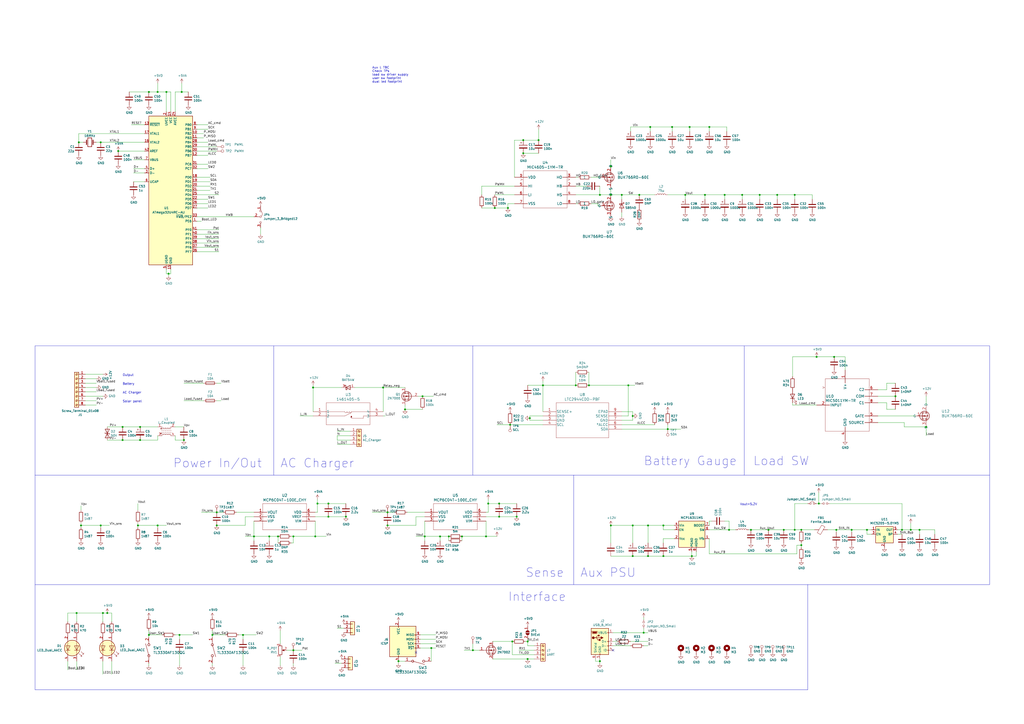
<source format=kicad_sch>
(kicad_sch (version 20230121) (generator eeschema)
  (paper "A2")
  (title_block (title "MPPT Solar Charger") (date "2021-07-04") (rev "A") (company "Xavier Bourlot"))
  (junction (at 231.14 383.54))
  (junction (at 483.87 207.01))
  (junction (at 46.99 304.8))
  (junction (at 464.82 307.34))
  (junction (at 400.05 73.66))
  (junction (at 360.68 113.03))
  (junction (at 519.43 229.87))
  (junction (at 62.23 355.6))
  (junction (at 45.72 82.55))
  (junction (at 105.41 53.34))
  (junction (at 68.58 87.63))
  (junction (at 222.25 224.79))
  (junction (at 461.01 113.03))
  (junction (at 375.92 322.58))
  (junction (at 59.69 355.6))
  (junction (at 334.01 223.52))
  (junction (at 494.03 307.34))
  (junction (at 267.97 311.15))
  (junction (at 387.35 248.92))
  (junction (at 274.32 377.19))
  (junction (at 156.21 311.15))
  (junction (at 297.18 372.11))
  (junction (at 314.96 223.52))
  (junction (at 473.71 207.01))
  (junction (at 255.27 311.15))
  (junction (at 260.35 311.15))
  (junction (at 384.81 304.8))
  (junction (at 147.32 311.15))
  (junction (at 523.24 307.34))
  (junction (at 461.01 307.34))
  (junction (at 44.45 355.6))
  (junction (at 306.07 382.27))
  (junction (at 303.53 88.9))
  (junction (at 354.33 113.03))
  (junction (at 283.21 292.1))
  (junction (at 246.38 311.15))
  (junction (at 289.56 292.1))
  (junction (at 200.66 299.72))
  (junction (at 450.85 113.03))
  (junction (at 440.69 113.03))
  (junction (at 537.21 247.65))
  (junction (at 454.66 307.34))
  (junction (at 354.33 96.52))
  (junction (at 91.44 53.34))
  (junction (at 245.11 229.87))
  (junction (at 420.37 113.03))
  (junction (at 182.88 311.15))
  (junction (at 370.84 113.03))
  (junction (at 71.12 255.27))
  (junction (at 86.36 53.34))
  (junction (at 474.98 292.1))
  (junction (at 58.42 304.8))
  (junction (at 502.92 307.34))
  (junction (at 294.64 120.65))
  (junction (at 190.5 299.72))
  (junction (at 96.52 53.34))
  (junction (at 367.03 304.8))
  (junction (at 287.02 120.65))
  (junction (at 81.28 255.27))
  (junction (at 295.91 246.38))
  (junction (at 86.36 368.3))
  (junction (at 354.33 304.8))
  (junction (at 281.94 311.15))
  (junction (at 71.12 247.65))
  (junction (at 347.98 113.03))
  (junction (at 307.34 242.57))
  (junction (at 411.48 73.66))
  (junction (at 375.92 304.8))
  (junction (at 181.61 224.79))
  (junction (at 389.89 73.66))
  (junction (at 140.97 368.3))
  (junction (at 528.32 307.34))
  (junction (at 533.4 307.34))
  (junction (at 123.19 368.3))
  (junction (at 306.07 372.11))
  (junction (at 430.53 113.03))
  (junction (at 464.82 316.23))
  (junction (at 170.18 311.15))
  (junction (at 224.79 297.18))
  (junction (at 435.61 307.34))
  (junction (at 234.95 237.49))
  (junction (at 91.44 304.8))
  (junction (at 303.53 81.28))
  (junction (at 422.91 307.34))
  (junction (at 397.51 113.03))
  (junction (at 401.32 322.58))
  (junction (at 377.19 73.66))
  (junction (at 80.01 304.8))
  (junction (at 364.49 223.52))
  (junction (at 97.79 158.75))
  (junction (at 445.77 307.34))
  (junction (at 299.72 299.72))
  (junction (at 312.42 81.28))
  (junction (at 485.14 307.34))
  (junction (at 384.81 322.58))
  (junction (at 367.03 241.3))
  (junction (at 104.14 368.3))
  (junction (at 161.29 311.15))
  (junction (at 170.18 377.19))
  (junction (at 106.68 255.27))
  (junction (at 58.42 82.55))
  (junction (at 347.98 383.54))
  (junction (at 373.38 367.03))
  (junction (at 125.73 304.8))
  (junction (at 341.63 223.52))
  (junction (at 289.56 299.72))
  (junction (at 367.03 322.58))
  (junction (at 125.73 297.18))
  (junction (at 250.19 375.92))
  (junction (at 224.79 304.8))
  (junction (at 81.28 247.65))
  (junction (at 184.15 292.1))
  (junction (at 408.94 113.03))
  (junction (at 190.5 292.1))
  (no_connect (at 241.3 378.46))
  (no_connect (at 355.6 377.19))
  (wire (pts (xy 346.71 119.38) (xy 347.98 119.38)))
  (wire (pts (xy 312.42 74.93) (xy 312.42 81.28)))
  (wire (pts (xy 278.13 377.19) (xy 274.32 377.19)))
  (wire (pts (xy 400.05 73.66) (xy 400.05 76.2)))
  (wire (pts (xy 307.34 243.84) (xy 314.96 243.84)))
  (wire (pts (xy 365.76 76.2) (xy 365.76 73.66)))
  (wire (pts (xy 355.6 367.03) (xy 373.38 367.03)))
  (wire (pts (xy 182.88 302.26) (xy 182.88 311.15)))
  (wire (pts (xy 99.06 158.75) (xy 99.06 156.21)))
  (wire (pts (xy 306.07 372.11) (xy 306.07 374.65)))
  (wire (pts (xy 46.99 295.91) (xy 46.99 293.37)))
  (wire (pts (xy 156.21 311.15) (xy 147.32 311.15)))
  (wire (pts (xy 147.32 311.15) (xy 142.24 311.15)))
  (wire (pts (xy 58.42 304.8) (xy 63.5 304.8)))
  (wire (pts (xy 360.68 125.73) (xy 360.68 123.19)))
  (wire (pts (xy 365.76 73.66) (xy 377.19 73.66)))
  (wire (pts (xy 77.47 105.41) (xy 83.82 105.41)))
  (polyline (pts (xy 332.74 275.59) (xy 332.74 339.09)))
  (polyline (pts (xy 20.32 339.09) (xy 574.04 339.09)))
  (wire (pts (xy 181.61 224.79) (xy 181.61 238.76)))
  (wire (pts (xy 245.11 237.49) (xy 234.95 237.49)))
  (wire (pts (xy 55.88 224.79) (xy 49.53 224.79)))
  (wire (pts (xy 306.07 370.84) (xy 306.07 372.11)))
  (wire (pts (xy 109.22 53.34) (xy 105.41 53.34)))
  (wire (pts (xy 170.18 386.08) (xy 170.18 384.81)))
  (wire (pts (xy 464.82 316.23) (xy 464.82 314.96)))
  (polyline (pts (xy 431.8 200.66) (xy 431.8 275.59)))
  (wire (pts (xy 96.52 158.75) (xy 97.79 158.75)))
  (wire (pts (xy 347.98 107.95) (xy 347.98 113.03)))
  (wire (pts (xy 297.18 372.11) (xy 285.75 372.11)))
  (wire (pts (xy 125.73 222.25) (xy 128.27 222.25)))
  (wire (pts (xy 83.82 92.71) (xy 77.47 92.71)))
  (wire (pts (xy 401.32 320.04) (xy 401.32 322.58)))
  (wire (pts (xy 123.19 365.76) (xy 123.19 368.3)))
  (wire (pts (xy 105.41 53.34) (xy 101.6 53.34)))
  (wire (pts (xy 373.38 364.49) (xy 373.38 367.03)))
  (wire (pts (xy 80.01 304.8) (xy 91.44 304.8)))
  (wire (pts (xy 462.28 316.23) (xy 464.82 316.23)))
  (wire (pts (xy 528.32 307.34) (xy 533.4 307.34)))
  (wire (pts (xy 314.96 238.76) (xy 314.96 223.52)))
  (polyline (pts (xy 468.63 400.05) (xy 20.32 400.05)))
  (wire (pts (xy 304.8 372.11) (xy 306.07 372.11)))
  (wire (pts (xy 509.27 233.68) (xy 514.35 233.68)))
  (wire (pts (xy 537.21 234.95) (xy 537.21 229.87)))
  (wire (pts (xy 45.72 77.47) (xy 45.72 82.55)))
  (wire (pts (xy 99.06 53.34) (xy 99.06 64.77)))
  (wire (pts (xy 97.79 158.75) (xy 99.06 158.75)))
  (wire (pts (xy 287.02 120.65) (xy 294.64 120.65)))
  (wire (pts (xy 464.82 317.5) (xy 464.82 316.23)))
  (wire (pts (xy 162.56 386.08) (xy 162.56 381)))
  (wire (pts (xy 342.9 102.87) (xy 347.98 102.87)))
  (wire (pts (xy 450.85 113.03) (xy 450.85 115.57)))
  (wire (pts (xy 367.03 238.76) (xy 360.68 238.76)))
  (wire (pts (xy 234.95 224.79) (xy 222.25 224.79)))
  (wire (pts (xy 123.19 368.3) (xy 123.19 369.57)))
  (wire (pts (xy 514.35 233.68) (xy 514.35 237.49)))
  (wire (pts (xy 242.57 229.87) (xy 245.11 229.87)))
  (wire (pts (xy 370.84 113.03) (xy 379.73 113.03)))
  (wire (pts (xy 59.69 355.6) (xy 62.23 355.6)))
  (wire (pts (xy 86.36 53.34) (xy 91.44 53.34)))
  (wire (pts (xy 314.96 241.3) (xy 307.34 241.3)))
  (wire (pts (xy 104.14 368.3) (xy 101.6 368.3)))
  (wire (pts (xy 55.88 234.95) (xy 49.53 234.95)))
  (wire (pts (xy 184.15 297.18) (xy 184.15 292.1)))
  (wire (pts (xy 114.3 133.35) (xy 127 133.35)))
  (wire (pts (xy 255.27 311.15) (xy 246.38 311.15)))
  (wire (pts (xy 62.23 247.65) (xy 71.12 247.65)))
  (wire (pts (xy 459.74 207.01) (xy 473.71 207.01)))
  (wire (pts (xy 142.24 299.72) (xy 147.32 299.72)))
  (wire (pts (xy 281.94 302.26) (xy 281.94 311.15)))
  (wire (pts (xy 298.45 102.87) (xy 298.45 81.28)))
  (wire (pts (xy 44.45 383.54) (xy 44.45 388.62)))
  (wire (pts (xy 58.42 82.55) (xy 83.82 82.55)))
  (wire (pts (xy 360.68 243.84) (xy 367.03 243.84)))
  (wire (pts (xy 114.3 140.97) (xy 127 140.97)))
  (wire (pts (xy 224.79 297.18) (xy 215.9 297.18)))
  (wire (pts (xy 255.27 313.69) (xy 255.27 311.15)))
  (wire (pts (xy 114.3 146.05) (xy 127 146.05)))
  (wire (pts (xy 125.73 297.18) (xy 116.84 297.18)))
  (wire (pts (xy 104.14 368.3) (xy 111.76 368.3)))
  (wire (pts (xy 358.14 372.11) (xy 355.6 372.11)))
  (wire (pts (xy 127 143.51) (xy 114.3 143.51)))
  (wire (pts (xy 243.84 368.3) (xy 252.73 368.3)))
  (wire (pts (xy 246.38 311.15) (xy 246.38 302.26)))
  (wire (pts (xy 430.53 115.57) (xy 430.53 113.03)))
  (wire (pts (xy 502.92 307.34) (xy 505.46 307.34)))
  (wire (pts (xy 140.97 368.3) (xy 148.59 368.3)))
  (wire (pts (xy 49.53 229.87) (xy 59.69 229.87)))
  (wire (pts (xy 514.35 226.06) (xy 514.35 222.25)))
  (wire (pts (xy 234.95 383.54) (xy 231.14 383.54)))
  (wire (pts (xy 142.24 304.8) (xy 142.24 299.72)))
  (wire (pts (xy 49.53 219.71) (xy 55.88 219.71)))
  (wire (pts (xy 91.44 48.26) (xy 91.44 53.34)))
  (wire (pts (xy 483.87 207.01) (xy 490.22 207.01)))
  (wire (pts (xy 528.32 303.53) (xy 528.32 307.34)))
  (wire (pts (xy 151.13 135.89) (xy 151.13 132.08)))
  (wire (pts (xy 346.71 118.11) (xy 346.71 119.38)))
  (wire (pts (xy 114.3 120.65) (xy 120.65 120.65)))
  (wire (pts (xy 250.19 383.54) (xy 250.19 375.92)))
  (wire (pts (xy 309.88 382.27) (xy 306.07 382.27)))
  (wire (pts (xy 190.5 299.72) (xy 200.66 299.72)))
  (wire (pts (xy 520.7 309.88) (xy 523.24 309.88)))
  (wire (pts (xy 184.15 297.18) (xy 182.88 297.18)))
  (wire (pts (xy 459.74 234.95) (xy 459.74 233.68)))
  (wire (pts (xy 490.22 207.01) (xy 490.22 214.63)))
  (wire (pts (xy 59.69 360.68) (xy 59.69 355.6)))
  (wire (pts (xy 118.11 80.01) (xy 114.3 80.01)))
  (wire (pts (xy 397.51 115.57) (xy 397.51 113.03)))
  (wire (pts (xy 245.11 229.87) (xy 251.46 229.87)))
  (wire (pts (xy 364.49 223.52) (xy 364.49 241.3)))
  (wire (pts (xy 384.81 304.8) (xy 391.16 304.8)))
  (wire (pts (xy 39.37 355.6) (xy 44.45 355.6)))
  (wire (pts (xy 91.44 304.8) (xy 96.52 304.8)))
  (polyline (pts (xy 20.32 200.66) (xy 20.32 400.05)))
  (wire (pts (xy 365.76 374.65) (xy 355.6 374.65)))
  (wire (pts (xy 473.71 207.01) (xy 483.87 207.01)))
  (wire (pts (xy 86.36 365.76) (xy 86.36 368.3)))
  (wire (pts (xy 106.68 255.27) (xy 101.6 255.27)))
  (wire (pts (xy 519.43 229.87) (xy 509.27 229.87)))
  (wire (pts (xy 445.77 307.34) (xy 454.66 307.34)))
  (wire (pts (xy 231.14 384.81) (xy 231.14 383.54)))
  (wire (pts (xy 367.03 322.58) (xy 375.92 322.58)))
  (wire (pts (xy 97.79 158.75) (xy 97.79 160.02)))
  (wire (pts (xy 473.71 292.1) (xy 474.98 292.1)))
  (wire (pts (xy 411.48 307.34) (xy 422.91 307.34)))
  (wire (pts (xy 46.99 304.8) (xy 58.42 304.8)))
  (wire (pts (xy 224.79 297.18) (xy 228.6 297.18)))
  (wire (pts (xy 198.12 224.79) (xy 181.61 224.79)))
  (polyline (pts (xy 158.75 200.66) (xy 158.75 275.59)))
  (wire (pts (xy 45.72 82.55) (xy 48.26 82.55)))
  (polyline (pts (xy 574.04 200.66) (xy 574.04 339.09)))
  (wire (pts (xy 114.3 95.25) (xy 120.65 95.25)))
  (wire (pts (xy 246.38 297.18) (xy 236.22 297.18)))
  (wire (pts (xy 114.3 87.63) (xy 125.73 87.63)))
  (wire (pts (xy 114.3 72.39) (xy 120.65 72.39)))
  (wire (pts (xy 243.84 373.38) (xy 252.73 373.38)))
  (wire (pts (xy 403.86 320.04) (xy 403.86 322.58)))
  (wire (pts (xy 334.01 113.03) (xy 347.98 113.03)))
  (wire (pts (xy 533.4 307.34) (xy 542.29 307.34)))
  (wire (pts (xy 114.3 128.27) (xy 116.84 128.27)))
  (wire (pts (xy 86.36 386.08) (xy 86.36 384.81)))
  (wire (pts (xy 170.18 311.15) (xy 168.91 311.15)))
  (wire (pts (xy 147.32 313.69) (xy 147.32 311.15)))
  (wire (pts (xy 334.01 215.9) (xy 334.01 223.52)))
  (wire (pts (xy 267.97 313.69) (xy 267.97 311.15)))
  (wire (pts (xy 345.44 383.54) (xy 347.98 383.54)))
  (wire (pts (xy 64.77 360.68) (xy 64.77 355.6)))
  (wire (pts (xy 354.33 113.03) (xy 360.68 113.03)))
  (wire (pts (xy 283.21 292.1) (xy 289.56 292.1)))
  (wire (pts (xy 440.69 113.03) (xy 440.69 115.57)))
  (wire (pts (xy 295.91 246.38) (xy 288.29 246.38)))
  (wire (pts (xy 114.3 118.11) (xy 120.65 118.11)))
  (wire (pts (xy 243.84 370.84) (xy 252.73 370.84)))
  (wire (pts (xy 289.56 299.72) (xy 299.72 299.72)))
  (wire (pts (xy 435.61 307.34) (xy 445.77 307.34)))
  (wire (pts (xy 44.45 355.6) (xy 59.69 355.6)))
  (wire (pts (xy 421.64 73.66) (xy 421.64 76.2)))
  (wire (pts (xy 367.03 314.96) (xy 367.03 304.8)))
  (wire (pts (xy 114.3 82.55) (xy 120.65 82.55)))
  (wire (pts (xy 104.14 370.84) (xy 104.14 368.3)))
  (wire (pts (xy 354.33 96.52) (xy 354.33 97.79)))
  (wire (pts (xy 181.61 224.79) (xy 181.61 223.52)))
  (wire (pts (xy 303.53 81.28) (xy 312.42 81.28)))
  (wire (pts (xy 91.44 255.27) (xy 91.44 252.73)))
  (wire (pts (xy 346.71 118.11) (xy 342.9 118.11)))
  (wire (pts (xy 114.3 115.57) (xy 120.65 115.57)))
  (wire (pts (xy 520.7 307.34) (xy 523.24 307.34)))
  (wire (pts (xy 200.66 292.1) (xy 190.5 292.1)))
  (wire (pts (xy 281.94 311.15) (xy 288.29 311.15)))
  (wire (pts (xy 96.52 64.77) (xy 96.52 53.34)))
  (wire (pts (xy 494.03 308.61) (xy 494.03 307.34)))
  (wire (pts (xy 182.88 311.15) (xy 170.18 311.15)))
  (wire (pts (xy 162.56 373.38) (xy 162.56 365.76)))
  (wire (pts (xy 411.48 312.42) (xy 411.48 321.31)))
  (wire (pts (xy 241.3 299.72) (xy 246.38 299.72)))
  (wire (pts (xy 49.53 217.17) (xy 59.69 217.17)))
  (wire (pts (xy 335.28 118.11) (xy 334.01 118.11)))
  (wire (pts (xy 283.21 297.18) (xy 283.21 292.1)))
  (wire (pts (xy 39.37 360.68) (xy 39.37 355.6)))
  (wire (pts (xy 184.15 292.1) (xy 190.5 292.1)))
  (wire (pts (xy 295.91 246.38) (xy 314.96 246.38)))
  (wire (pts (xy 403.86 322.58) (xy 401.32 322.58)))
  (wire (pts (xy 118.11 232.41) (xy 106.68 232.41)))
  (wire (pts (xy 83.82 97.79) (xy 77.47 97.79)))
  (wire (pts (xy 203.2 252.73) (xy 195.58 252.73)))
  (wire (pts (xy 347.98 383.54) (xy 347.98 382.27)))
  (wire (pts (xy 435.61 307.34) (xy 434.34 307.34)))
  (wire (pts (xy 140.97 370.84) (xy 140.97 368.3)))
  (wire (pts (xy 125.73 304.8) (xy 142.24 304.8)))
  (wire (pts (xy 114.3 90.17) (xy 120.65 90.17)))
  (wire (pts (xy 345.44 382.27) (xy 345.44 383.54)))
  (wire (pts (xy 354.33 322.58) (xy 367.03 322.58)))
  (wire (pts (xy 170.18 314.96) (xy 170.18 311.15)))
  (wire (pts (xy 375.92 304.8) (xy 384.81 304.8)))
  (wire (pts (xy 246.38 313.69) (xy 246.38 311.15)))
  (wire (pts (xy 354.33 304.8) (xy 354.33 314.96)))
  (wire (pts (xy 170.18 377.19) (xy 175.26 377.19)))
  (wire (pts (xy 114.3 102.87) (xy 121.92 102.87)))
  (wire (pts (xy 184.15 289.56) (xy 184.15 292.1)))
  (wire (pts (xy 64.77 383.54) (xy 64.77 391.16)))
  (wire (pts (xy 222.25 241.3) (xy 223.52 241.3)))
  (wire (pts (xy 161.29 311.15) (xy 156.21 311.15)))
  (wire (pts (xy 62.23 355.6) (xy 64.77 355.6)))
  (wire (pts (xy 360.68 248.92) (xy 387.35 248.92)))
  (wire (pts (xy 279.4 107.95) (xy 298.45 107.95)))
  (wire (pts (xy 281.94 299.72) (xy 289.56 299.72)))
  (wire (pts (xy 140.97 386.08) (xy 140.97 378.46)))
  (wire (pts (xy 83.82 72.39) (xy 76.2 72.39)))
  (polyline (pts (xy 274.32 275.59) (xy 274.32 200.66)))
  (wire (pts (xy 307.34 242.57) (xy 307.34 243.84)))
  (wire (pts (xy 334.01 107.95) (xy 340.36 107.95)))
  (wire (pts (xy 246.38 311.15) (xy 241.3 311.15)))
  (wire (pts (xy 314.96 223.52) (xy 334.01 223.52)))
  (wire (pts (xy 408.94 113.03) (xy 408.94 115.57)))
  (wire (pts (xy 461.01 113.03) (xy 471.17 113.03)))
  (wire (pts (xy 71.12 247.65) (xy 81.28 247.65)))
  (wire (pts (xy 205.74 224.79) (xy 222.25 224.79)))
  (wire (pts (xy 294.64 120.65) (xy 294.64 118.11)))
  (wire (pts (xy 373.38 374.65) (xy 375.92 374.65)))
  (wire (pts (xy 411.48 321.31) (xy 462.28 321.31)))
  (wire (pts (xy 450.85 113.03) (xy 461.01 113.03)))
  (wire (pts (xy 307.34 241.3) (xy 307.34 242.57)))
  (wire (pts (xy 224.79 304.8) (xy 241.3 304.8)))
  (wire (pts (xy 156.21 313.69) (xy 156.21 311.15)))
  (wire (pts (xy 354.33 304.8) (xy 367.03 304.8)))
  (wire (pts (xy 140.97 368.3) (xy 138.43 368.3)))
  (wire (pts (xy 459.74 234.95) (xy 473.71 234.95)))
  (wire (pts (xy 523.24 307.34) (xy 528.32 307.34)))
  (wire (pts (xy 49.53 227.33) (xy 55.88 227.33)))
  (wire (pts (xy 125.73 232.41) (xy 128.27 232.41)))
  (wire (pts (xy 408.94 113.03) (xy 420.37 113.03)))
  (wire (pts (xy 309.88 377.19) (xy 300.99 377.19)))
  (wire (pts (xy 62.23 255.27) (xy 71.12 255.27)))
  (wire (pts (xy 384.81 312.42) (xy 384.81 314.96)))
  (wire (pts (xy 250.19 375.92) (xy 252.73 375.92)))
  (wire (pts (xy 411.48 304.8) (xy 411.48 302.26)))
  (wire (pts (xy 462.28 321.31) (xy 462.28 316.23)))
  (wire (pts (xy 471.17 113.03) (xy 471.17 115.57)))
  (wire (pts (xy 502.92 309.88) (xy 502.92 307.34)))
  (wire (pts (xy 514.35 222.25) (xy 519.43 222.25)))
  (wire (pts (xy 505.46 309.88) (xy 502.92 309.88)))
  (wire (pts (xy 375.92 304.8) (xy 375.92 314.96)))
  (wire (pts (xy 312.42 88.9) (xy 303.53 88.9)))
  (wire (pts (xy 114.3 107.95) (xy 121.92 107.95)))
  (wire (pts (xy 476.25 292.1) (xy 474.98 292.1)))
  (wire (pts (xy 83.82 77.47) (xy 45.72 77.47)))
  (wire (pts (xy 347.98 113.03) (xy 354.33 113.03)))
  (wire (pts (xy 274.32 377.19) (xy 269.24 377.19)))
  (wire (pts (xy 299.72 292.1) (xy 289.56 292.1)))
  (wire (pts (xy 422.91 307.34) (xy 426.72 307.34)))
  (polyline (pts (xy 20.32 275.59) (xy 574.04 275.59)))
  (wire (pts (xy 309.88 374.65) (xy 306.07 374.65)))
  (wire (pts (xy 283.21 297.18) (xy 281.94 297.18)))
  (wire (pts (xy 430.53 113.03) (xy 440.69 113.03)))
  (wire (pts (xy 377.19 73.66) (xy 389.89 73.66)))
  (wire (pts (xy 114.3 105.41) (xy 121.92 105.41)))
  (wire (pts (xy 222.25 224.79) (xy 222.25 238.76)))
  (wire (pts (xy 80.01 295.91) (xy 80.01 292.1)))
  (wire (pts (xy 121.92 110.49) (xy 114.3 110.49)))
  (wire (pts (xy 203.2 250.19) (xy 195.58 250.19)))
  (wire (pts (xy 377.19 73.66) (xy 377.19 76.2)))
  (wire (pts (xy 464.82 307.34) (xy 461.01 307.34)))
  (wire (pts (xy 114.3 77.47) (xy 118.11 77.47)))
  (wire (pts (xy 39.37 388.62) (xy 39.37 383.54)))
  (wire (pts (xy 384.81 322.58) (xy 401.32 322.58)))
  (wire (pts (xy 58.42 306.07) (xy 58.42 304.8)))
  (wire (pts (xy 389.89 73.66) (xy 400.05 73.66)))
  (polyline (pts (xy 20.32 200.66) (xy 574.04 200.66)))
  (wire (pts (xy 91.44 53.34) (xy 96.52 53.34)))
  (wire (pts (xy 260.35 313.69) (xy 260.35 311.15)))
  (wire (pts (xy 368.3 223.52) (xy 364.49 223.52)))
  (wire (pts (xy 147.32 125.73) (xy 114.3 125.73)))
  (wire (pts (xy 101.6 53.34) (xy 101.6 64.77)))
  (wire (pts (xy 125.73 297.18) (xy 129.54 297.18)))
  (wire (pts (xy 96.52 53.34) (xy 99.06 53.34)))
  (wire (pts (xy 514.35 237.49) (xy 519.43 237.49)))
  (wire (pts (xy 494.03 307.34) (xy 485.14 307.34)))
  (wire (pts (xy 440.69 113.03) (xy 450.85 113.03)))
  (wire (pts (xy 314.96 220.98) (xy 314.96 223.52)))
  (wire (pts (xy 367.03 304.8) (xy 375.92 304.8)))
  (wire (pts (xy 391.16 312.42) (xy 384.81 312.42)))
  (wire (pts (xy 360.68 113.03) (xy 370.84 113.03)))
  (wire (pts (xy 241.3 304.8) (xy 241.3 299.72)))
  (wire (pts (xy 360.68 246.38) (xy 379.73 246.38)))
  (wire (pts (xy 524.51 247.65) (xy 537.21 247.65)))
  (wire (pts (xy 49.53 222.25) (xy 55.88 222.25)))
  (wire (pts (xy 118.11 222.25) (xy 106.68 222.25)))
  (wire (pts (xy 195.58 255.27) (xy 203.2 255.27)))
  (wire (pts (xy 509.27 245.11) (xy 524.51 245.11)))
  (wire (pts (xy 101.6 247.65) (xy 106.68 247.65)))
  (wire (pts (xy 147.32 297.18) (xy 137.16 297.18)))
  (wire (pts (xy 243.84 375.92) (xy 250.19 375.92)))
  (wire (pts (xy 464.82 307.34) (xy 472.44 307.34)))
  (wire (pts (xy 391.16 307.34) (xy 384.81 307.34)))
  (wire (pts (xy 147.32 311.15) (xy 147.32 302.26)))
  (wire (pts (xy 367.03 241.3) (xy 367.03 238.76)))
  (wire (pts (xy 542.29 307.34) (xy 542.29 309.88)))
  (wire (pts (xy 80.01 306.07) (xy 80.01 304.8)))
  (wire (pts (xy 173.99 241.3) (xy 181.61 241.3)))
  (wire (pts (xy 46.99 306.07) (xy 46.99 304.8)))
  (wire (pts (xy 294.64 118.11) (xy 298.45 118.11)))
  (wire (pts (xy 334.01 102.87) (xy 335.28 102.87)))
  (wire (pts (xy 168.91 314.96) (xy 170.18 314.96)))
  (wire (pts (xy 199.39 364.49) (xy 195.58 364.49)))
  (wire (pts (xy 309.88 379.73) (xy 297.18 379.73)))
  (wire (pts (xy 83.82 100.33) (xy 77.47 100.33)))
  (wire (pts (xy 461.01 292.1) (xy 461.01 307.34)))
  (wire (pts (xy 502.92 307.34) (xy 494.03 307.34)))
  (wire (pts (xy 298.45 113.03) (xy 287.02 113.03)))
  (wire (pts (xy 360.68 115.57) (xy 360.68 113.03)))
  (wire (pts (xy 123.19 386.08) (xy 123.19 384.81)))
  (wire (pts (xy 81.28 255.27) (xy 91.44 255.27)))
  (wire (pts (xy 170.18 377.19) (xy 166.37 377.19)))
  (wire (pts (xy 285.75 382.27) (xy 306.07 382.27)))
  (wire (pts (xy 68.58 87.63) (xy 83.82 87.63)))
  (wire (pts (xy 533.4 307.34) (xy 533.4 309.88)))
  (wire (pts (xy 130.81 368.3) (xy 123.19 368.3)))
  (wire (pts (xy 114.3 85.09) (xy 125.73 85.09)))
  (wire (pts (xy 397.51 113.03) (xy 387.35 113.03)))
  (wire (pts (xy 182.88 299.72) (xy 190.5 299.72)))
  (wire (pts (xy 281.94 311.15) (xy 267.97 311.15)))
  (wire (pts (xy 411.48 302.26) (xy 412.75 302.26)))
  (wire (pts (xy 354.33 109.22) (xy 354.33 113.03)))
  (wire (pts (xy 198.12 384.81) (xy 194.31 384.81)))
  (wire (pts (xy 509.27 241.3) (xy 530.86 241.3)))
  (wire (pts (xy 55.88 82.55) (xy 58.42 82.55)))
  (wire (pts (xy 509.27 226.06) (xy 514.35 226.06)))
  (wire (pts (xy 341.63 223.52) (xy 364.49 223.52)))
  (wire (pts (xy 105.41 48.26) (xy 105.41 53.34)))
  (wire (pts (xy 485.14 307.34) (xy 480.06 307.34)))
  (wire (pts (xy 411.48 76.2) (xy 411.48 73.66)))
  (wire (pts (xy 59.69 383.54) (xy 59.69 391.16)))
  (wire (pts (xy 481.33 292.1) (xy 523.24 292.1)))
  (wire (pts (xy 485.14 308.61) (xy 485.14 307.34)))
  (wire (pts (xy 104.14 386.08) (xy 104.14 378.46)))
  (wire (pts (xy 375.92 322.58) (xy 384.81 322.58)))
  (wire (pts (xy 365.76 372.11) (xy 375.92 372.11)))
  (wire (pts (xy 420.37 113.03) (xy 430.53 113.03)))
  (wire (pts (xy 373.38 367.03) (xy 375.92 367.03)))
  (wire (pts (xy 182.88 311.15) (xy 189.23 311.15)))
  (polyline (pts (xy 468.63 400.05) (xy 468.63 339.09)))
  (wire (pts (xy 283.21 289.56) (xy 283.21 292.1)))
  (wire (pts (xy 114.3 135.89) (xy 127 135.89)))
  (wire (pts (xy 537.21 247.65) (xy 537.21 252.73)))
  (wire (pts (xy 46.99 304.8) (xy 46.99 303.53)))
  (wire (pts (xy 306.07 223.52) (xy 314.96 223.52)))
  (wire (pts (xy 80.01 304.8) (xy 80.01 303.53)))
  (wire (pts (xy 360.68 241.3) (xy 364.49 241.3)))
  (wire (pts (xy 454.66 307.34) (xy 461.01 307.34)))
  (wire (pts (xy 341.63 215.9) (xy 341.63 223.52)))
  (wire (pts (xy 114.3 74.93) (xy 120.65 74.93)))
  (wire (pts (xy 468.63 292.1) (xy 461.01 292.1)))
  (wire (pts (xy 367.03 243.84) (xy 367.03 241.3)))
  (wire (pts (xy 161.29 314.96) (xy 161.29 311.15)))
  (wire (pts (xy 420.37 302.26) (xy 422.91 302.26)))
  (wire (pts (xy 279.4 113.03) (xy 279.4 107.95)))
  (wire (pts (xy 459.74 218.44) (xy 459.74 207.01)))
  (wire (pts (xy 71.12 255.27) (xy 81.28 255.27)))
  (wire (pts (xy 114.3 97.79) (xy 120.65 97.79)))
  (wire (pts (xy 203.2 257.81) (xy 195.58 257.81)))
  (wire (pts (xy 373.38 359.41) (xy 373.38 358.14)))
  (wire (pts (xy 387.35 248.92) (xy 387.35 246.38)))
  (wire (pts (xy 297.18 379.73) (xy 297.18 372.11)))
  (wire (pts (xy 400.05 73.66) (xy 411.48 73.66)))
  (wire (pts (xy 397.51 113.03) (xy 408.94 113.03)))
  (wire (pts (xy 422.91 302.26) (xy 422.91 307.34)))
  (wire (pts (xy 74.93 53.34) (xy 86.36 53.34)))
  (wire (pts (xy 93.98 368.3) (xy 86.36 368.3)))
  (wire (pts (xy 411.48 73.66) (xy 421.64 73.66)))
  (wire (pts (xy 114.3 113.03) (xy 127 113.03)))
  (wire (pts (xy 81.28 247.65) (xy 91.44 247.65)))
  (wire (pts (xy 387.35 248.92) (xy 394.97 248.92)))
  (wire (pts (xy 298.45 81.28) (xy 303.53 81.28)))
  (wire (pts (xy 384.81 307.34) (xy 384.81 304.8)))
  (wire (pts (xy 524.51 245.11) (xy 524.51 247.65)))
  (wire (pts (xy 96.52 156.21) (xy 96.52 158.75)))
  (wire (pts (xy 260.35 311.15) (xy 255.27 311.15)))
  (wire (pts (xy 101.6 255.27) (xy 101.6 252.73)))
  (wire (pts (xy 91.44 306.07) (xy 91.44 304.8)))
  (wire (pts (xy 347.98 384.81) (xy 347.98 383.54)))
  (wire (pts (xy 523.24 292.1) (xy 523.24 307.34)))
  (wire (pts (xy 195.58 252.73) (xy 195.58 255.27)))
  (wire (pts (xy 44.45 360.68) (xy 44.45 355.6)))
  (wire (pts (xy 461.01 113.03) (xy 461.01 115.57)))
  (wire (pts (xy 279.4 120.65) (xy 287.02 120.65)))
  (wire (pts (xy 354.33 92.71) (xy 354.33 96.52)))
  (wire (pts (xy 234.95 234.95) (xy 234.95 237.49)))
  (wire (pts (xy 274.32 373.38) (xy 274.32 377.19)))
  (wire (pts (xy 49.53 232.41) (xy 55.88 232.41)))
  (wire (pts (xy 420.37 115.57) (xy 420.37 113.03)))
  (wire (pts (xy 474.98 285.75) (xy 474.98 292.1)))
  (wire (pts (xy 127 138.43) (xy 114.3 138.43)))
  (wire (pts (xy 86.36 368.3) (xy 86.36 369.57)))
  (wire (pts (xy 389.89 76.2) (xy 389.89 73.66)))
  (text "Battery Gauge" (at 373.38 270.51 0) (effects (font (size 5.08 5.08)) (justify left bottom)))
  (text "Sense" (at 304.8 335.28 0) (effects (font (size 5.08 5.08)) (justify left bottom)))
  (text "AC Charger" (at 162.56 271.78 0) (effects (font (size 5.08 5.08)) (justify left bottom)))
  (text "Interface" (at 294.64 349.25 0) (effects (font (size 5.08 5.08)) (justify left bottom)))
  (text "AC Charger" (at 71.12 228.6 0) (effects (font (size 1.27 1.27)) (justify left bottom)))
  (text "Vout=5.2V\n" (at 429.26 293.37 0) (effects (font (size 1.27 1.27)) (justify left bottom)))
  (text "Aux PSU" (at 336.55 335.28 0) (effects (font (size 5.08 5.08)) (justify left bottom)))
  (text "Solar panel" (at 71.12 233.68 0) (effects (font (size 1.27 1.27)) (justify left bottom)))
  (text "Output" (at 71.12 218.44 0) (effects (font (size 1.27 1.27)) (justify left bottom)))
  (text "Power In/Out" (at 100.33 271.78 0) (effects (font (size 5.08 5.08)) (justify left bottom)))
  (text "Battery" (at 71.12 223.52 0) (effects (font (size 1.27 1.27)) (justify left bottom)))
  (text "Load SW" (at 436.88 270.51 0) (effects (font (size 5.08 5.08)) (justify left bottom)))
  (text "Aux L TBC\nCheck TPs\nload sw driver supply\nuser sw footprint\ndual led footprint" (at 215.9 48.26 0) (effects (font (size 1.27 1.27)) (justify left bottom)))
  (label "Vin" (at 367.03 73.66 0))
  (label "Load_fused" (at 55.88 227.33 0))
  (label "LED1" (at 59.69 391.16 0))
  (label "HWB" (at 130.81 125.73 0))
  (label "TX_OD" (at 300.99 379.73 0))
  (label "Vout" (at 241.3 311.15 0))
  (label "SW1" (at 120.65 115.57 0))
  (label "Load_fused" (at 106.68 232.41 0))
  (label "Vpv" (at 46.99 293.37 0))
  (label "Vpv" (at 106.68 247.65 0))
  (label "Vout_sns" (at 127 143.51 180))
  (label "SW1" (at 111.76 368.3 0))
  (label "L_OUT" (at 223.52 241.3 0))
  (label "LED0" (at 120.65 95.25 0))
  (label "SDA" (at 121.92 105.41 0))
  (label "5VA_IN" (at 486.41 307.34 0))
  (label "LED2" (at 120.65 120.65 0))
  (label "SCL" (at 288.29 246.38 0))
  (label "Vbatt_fused" (at 106.68 222.25 0))
  (label "SW2" (at 120.65 97.79 0))
  (label "AC_cmd" (at 251.46 229.87 0))
  (label "Aux_FB" (at 414.02 321.31 0))
  (label "XTAL2" (at 63.5 82.55 0))
  (label "Vin_sns" (at 63.5 304.8 0))
  (label "USB_D+" (at 356.87 372.11 0))
  (label "TX1" (at 121.92 110.49 0))
  (label "SCL" (at 121.92 102.87 0))
  (label "RESET" (at 76.2 72.39 0))
  (label "TX1" (at 269.24 377.19 0))
  (label "HB" (at 334.01 107.95 0))
  (label "N" (at 195.58 252.73 0))
  (label "RX1" (at 300.99 377.19 0))
  (label "PV+" (at 55.88 232.41 0))
  (label "PWMH" (at 287.02 107.95 0))
  (label "5V_Ext" (at 306.07 372.11 0))
  (label "P_MOSI" (at 118.11 77.47 0))
  (label "VBUS" (at 77.47 92.71 0))
  (label "Load" (at 537.21 252.73 0))
  (label "Vin" (at 354.33 92.71 0))
  (label "PWML" (at 287.02 113.03 0))
  (label "P_MISO" (at 118.11 80.01 0))
  (label "PWML" (at 120.65 85.09 0))
  (label "RESET" (at 252.73 375.92 0))
  (label "Iout_sns" (at 215.9 297.18 0))
  (label "PV-" (at 63.5 255.27 0))
  (label "Iin_sns" (at 127 135.89 180))
  (label "SCK" (at 120.65 74.93 0))
  (label "LED0" (at 44.45 388.62 0))
  (label "User_SW1" (at 86.36 368.3 0))
  (label "Iin_sns" (at 116.84 297.18 0))
  (label "S1" (at 127 146.05 180))
  (label "Relay_neg" (at 222.25 224.79 0))
  (label "Pot" (at 175.26 377.19 0))
  (label "HO" (at 334.01 102.87 0))
  (label "AC_cmd" (at 120.65 72.39 0))
  (label "User_SW2" (at 123.19 368.3 0))
  (label "HO_Gate" (at 344.17 102.87 0))
  (label "LO_gate" (at 342.9 118.11 0))
  (label "D+" (at 77.47 97.79 0))
  (label "XTAL1" (at 63.5 77.47 0))
  (label "ALCC" (at 369.57 246.38 0))
  (label "PWMH" (at 120.65 87.63 0))
  (label "S2" (at 127 113.03 180))
  (label "Vpv" (at 142.24 311.15 0))
  (label "SW" (at 364.49 113.03 0))
  (label "L_OUT" (at 195.58 257.81 0))
  (label "D+" (at 375.92 372.11 0))
  (label "Vbatt_fused" (at 55.88 222.25 0))
  (label "D-" (at 375.92 374.65 0))
  (label "P_MISO" (at 252.73 368.3 0))
  (label "Pot" (at 127 133.35 180))
  (label "VBUS" (at 375.92 367.03 0))
  (label "Vin" (at 189.23 311.15 0))
  (label "USB_D-" (at 356.87 374.65 0))
  (label "SDA" (at 394.97 248.92 0))
  (label "Vout" (at 397.51 113.03 0))
  (label "SCK" (at 252.73 373.38 0))
  (label "5VA_Byp" (at 521.97 309.88 0))
  (label "Iout_sns" (at 127 138.43 180))
  (label "PV+" (at 63.5 247.65 0))
  (label "S1" (at 195.58 364.49 0))
  (label "Vbatt" (at 368.3 223.52 0))
  (label "L" (at 195.58 250.19 0))
  (label "Load_cmd" (at 120.65 82.55 0))
  (label "L_IN" (at 173.99 241.3 0))
  (label "Boot_LED" (at 116.84 128.27 0))
  (label "LO" (at 334.01 118.11 0))
  (label "LED1" (at 120.65 118.11 0))
  (label "ALCC" (at 120.65 90.17 0))
  (label "Vbatt" (at 128.27 222.25 0))
  (label "LED2" (at 64.77 391.16 0))
  (label "PV-" (at 55.88 234.95 0))
  (label "L_IN" (at 195.58 250.19 0))
  (label "S2" (at 194.31 384.81 0))
  (label "Vout" (at 80.01 292.1 0))
  (label "Vout_sns" (at 96.52 304.8 0))
  (label "Aux_Vout" (at 440.69 307.34 0))
  (label "Load" (at 128.27 232.41 0))
  (label "P_MOSI" (at 252.73 370.84 0))
  (label "Load_cmd" (at 463.55 234.95 0))
  (label "RX1" (at 121.92 107.95 0))
  (label "Aux_SW" (at 414.02 307.34 0))
  (label "SW2" (at 148.59 368.3 0))
  (label "Boot_LED" (at 39.37 388.62 0))
  (label "Vin_sns" (at 127 140.97 180))
  (label "D-" (at 77.47 100.33 0))
  (symbol (lib_id "solar_mppt1-rescue:1461405-5-OJ-SH-112LM_relay") (at 181.61 238.76 0) (unit 1)
    (property "Reference" "U3" (at 201.93 228.9302 0) (effects (font (size 1.524 1.524))))
    (property "Value" "1461405-5" (at 201.93 231.6226 0) (effects (font (size 1.524 1.524))))
    (property "Footprint" "solar_mppt1:OJ-SH-112LM_relay" (effects hide))
  )
  (symbol (lib_id "Connector:Screw_Terminal_01x04") (at 208.28 252.73 0) (unit 1)
    (property "Reference" "J5" (at 210.312 252.9332 0) (effects (justify left)))
    (property "Value" "AC_Charger" (at 210.312 255.2446 0) (effects (justify left)))
    (property "Footprint" "solar_mppt1:TerminalBlock_bornier-4_P5.08mm" (effects hide))
  )
  (symbol (lib_id "Connector:Screw_Terminal_01x08") (at 44.45 224.79 0) (mirror y) (unit 1)
    (property "Reference" "J1" (at 46.5328 240.665 0))
    (property "Value" "Screw_Terminal_01x08" (at 46.5328 238.3536 0))
    (property "Footprint" "TerminalBlock_Phoenix:TerminalBlock_Phoenix_MKDS-1,5-8-5.08_1x08_P5.08mm_Horizontal" (effects hide))
  )
  (symbol (lib_id "Connector:Screw_Terminal_01x04") (at 314.96 377.19 0) (unit 1)
    (property "Reference" "J7" (at 316.992 377.3932 0) (effects (justify left)))
    (property "Value" "UART" (at 316.992 379.7046 0) (effects (justify left)))
    (property "Footprint" "solar_mppt1:TerminalBlock_TE_282834-4_1x04_P2.54mm_Horizontal" (effects hide))
  )
  (symbol (lib_id "power:+12V") (at 181.61 223.52 0) (unit 1)
    (property "Reference" "#PWR034" (effects hide))
    (property "Value" "+12V" (at 181.991 219.1258 0))
  )
  (symbol (lib_id "Transistor_FET:2N7000") (at 237.49 229.87 0) (mirror y) (unit 1)
    (property "Reference" "Q1" (at 232.283 228.7016 0) (effects (justify left)))
    (property "Value" "2N7000" (at 232.283 231.013 0) (effects (justify left)))
    (property "Footprint" "Package_TO_SOT_THT:TO-92_Inline" (effects hide))
    (property "Datasheet" "https://www.fairchildsemi.com/datasheets/2N/2N7000.pdf" (effects hide))
  )
  (symbol (lib_id "power:GND") (at 234.95 237.49 0) (unit 1)
    (property "Reference" "#PWR047" (effects hide))
    (property "Value" "GND" (at 235.077 241.8842 0))
  )
  (symbol (lib_id "Device:R") (at 245.11 233.68 0) (unit 1)
    (property "Reference" "R18" (at 246.888 232.5116 0) (effects (justify left)))
    (property "Value" "100k" (at 246.888 234.823 0) (effects (justify left)))
    (property "Footprint" "Resistor_SMD:R_0805_2012Metric_Pad1.15x1.40mm_HandSolder" (effects hide))
  )
  (symbol (lib_id "Regulator_Linear:MIC5205-5.0YM5") (at 513.08 309.88 0) (unit 1)
    (property "Reference" "U11" (at 513.08 301.1932 0))
    (property "Value" "MIC5205-5.0YM5" (at 513.08 303.5046 0))
    (property "Footprint" "Package_TO_SOT_SMD:SOT-23-5" (effects hide))
    (property "Datasheet" "http://ww1.microchip.com/downloads/en/DeviceDoc/20005785A.pdf" (effects hide))
  )
  (symbol (lib_id "power:+12V") (at 59.69 217.17 270) (unit 1)
    (property "Reference" "#PWR09" (effects hide))
    (property "Value" "+12V" (at 64.0842 217.551 0))
  )
  (symbol (lib_id "power:+5VD") (at 91.44 48.26 0) (unit 1)
    (property "Reference" "#PWR017" (effects hide))
    (property "Value" "+5VD" (at 91.821 43.8658 0))
  )
  (symbol (lib_id "power:+5VA") (at 105.41 48.26 0) (unit 1)
    (property "Reference" "#PWR020" (effects hide))
    (property "Value" "+5VA" (at 105.791 43.8658 0))
  )
  (symbol (lib_id "Device:Crystal") (at 52.07 82.55 180) (unit 1)
    (property "Reference" "Y1" (at 52.07 76.2 0))
    (property "Value" "16MHz" (at 52.07 78.74 0))
    (property "Footprint" "Crystal:Crystal_HC49-U_Vertical" (effects hide))
  )
  (symbol (lib_id "Device:C") (at 45.72 86.36 0) (unit 1)
    (property "Reference" "C1" (at 40.64 85.09 0) (effects (justify left)))
    (property "Value" "22p" (at 39.37 87.63 0) (effects (justify left)))
    (property "Footprint" "Capacitor_SMD:C_0603_1608Metric_Pad1.05x0.95mm_HandSolder" (effects hide))
  )
  (symbol (lib_id "Device:C") (at 58.42 86.36 0) (unit 1)
    (property "Reference" "C3" (at 61.341 85.1916 0) (effects (justify left)))
    (property "Value" "22p" (at 61.341 87.503 0) (effects (justify left)))
    (property "Footprint" "Capacitor_SMD:C_0603_1608Metric_Pad1.05x0.95mm_HandSolder" (effects hide))
  )
  (symbol (lib_id "power:GND") (at 294.64 120.65 0) (unit 1)
    (property "Reference" "#PWR041" (effects hide))
    (property "Value" "GND" (at 294.767 125.0442 0))
  )
  (symbol (lib_id "power:GND") (at 45.72 90.17 0) (unit 1)
    (property "Reference" "#PWR04" (effects hide))
    (property "Value" "GND" (at 45.847 94.5642 0))
  )
  (symbol (lib_id "power:GND") (at 58.42 90.17 0) (unit 1)
    (property "Reference" "#PWR011" (effects hide))
    (property "Value" "GND" (at 58.547 94.5642 0))
  )
  (symbol (lib_id "power:GND") (at 513.08 317.5 0) (unit 1)
    (property "Reference" "#PWR087" (effects hide))
    (property "Value" "GND" (at 513.207 321.8942 0))
  )
  (symbol (lib_id "Device:C") (at 523.24 313.69 0) (unit 1)
    (property "Reference" "C45" (at 526.161 312.5216 0) (effects (justify left)))
    (property "Value" "100n" (at 526.161 314.833 0) (effects (justify left)))
    (property "Footprint" "Capacitor_SMD:C_0603_1608Metric_Pad1.05x0.95mm_HandSolder" (effects hide))
  )
  (symbol (lib_id "solar_mppt1-rescue:MCP6C04T-100E_CHY-MCP6C04T-") (at 144.78 297.18 0) (unit 1)
    (property "Reference" "U2" (at 165.1 287.3502 0) (effects (font (size 1.524 1.524))))
    (property "Value" "MCP6C04T-100E_CHY" (at 165.1 290.0426 0) (effects (font (size 1.524 1.524))))
    (property "Footprint" "solar_mppt1:MCP6C04T-" (effects hide))
  )
  (symbol (lib_id "Device:R") (at 165.1 311.15 270) (unit 1)
    (property "Reference" "R14" (at 165.1 305.8922 90))
    (property "Value" "10m" (at 165.1 308.2036 90))
    (property "Footprint" "Resistor_SMD:R_2512_6332Metric_Pad1.52x3.35mm_HandSolder" (effects hide))
  )
  (symbol (lib_id "power:GND") (at 55.88 224.79 90) (unit 1)
    (property "Reference" "#PWR05" (effects hide))
    (property "Value" "GND" (at 59.1312 224.663 90) (effects (justify right)))
  )
  (symbol (lib_id "solar_mppt1-rescue:BUK766R0-60E-BUK766R0-60E") (at 354.33 102.87 0) (unit 1)
    (property "Reference" "U6" (at 358.14 100.33 0) (effects (font (size 1.524 1.524)) (justify left)))
    (property "Value" "BUK766R0-60E" (at 358.14 102.87 0) (effects (font (size 1.524 1.524)) (justify left)))
    (property "Footprint" "solar_mppt1:BUK766R0-60E" (effects hide))
  )
  (symbol (lib_id "solar_mppt1-rescue:ATmega32U4RC-AU-MCU_Microchip_ATmega") (at 99.06 110.49 0) (unit 1)
    (property "Reference" "U1" (at 96.52 120.65 0))
    (property "Value" "ATmega32U4RC-AU" (at 97.79 123.19 0))
    (property "Footprint" "Package_QFP:TQFP-44_10x10mm_P0.8mm" (effects hide))
    (property "Datasheet" "http://ww1.microchip.com/downloads/en/DeviceDoc/Atmel-7766-8-bit-AVR-ATmega16U4-32U4_Datasheet.pdf" (effects hide))
  )
  (symbol (lib_id "Device:C") (at 533.4 313.69 0) (unit 1)
    (property "Reference" "C46" (at 536.321 312.5216 0) (effects (justify left)))
    (property "Value" "10u" (at 536.321 314.833 0) (effects (justify left)))
    (property "Footprint" "Capacitor_SMD:C_0805_2012Metric_Pad1.15x1.40mm_HandSolder" (effects hide))
  )
  (symbol (lib_id "Device:L") (at 383.54 113.03 90) (unit 1)
    (property "Reference" "L2" (at 383.54 108.204 90))
    (property "Value" "75µ" (at 383.54 110.5154 90))
    (property "Footprint" "solar_mppt1:L_Toroid_Vertical_L26.7mm_W14.0mm_P10.16mm_Pulse_D" (effects hide))
  )
  (symbol (lib_id "solar_mppt1-rescue:L_Core_Ferrite_Coupled-Device") (at 96.52 250.19 0) (unit 1)
    (property "Reference" "L1" (at 96.52 243.0526 0))
    (property "Value" "L_Coupled" (at 96.52 245.11 0))
    (property "Footprint" "solar_mppt1:Choke_toroidal" (effects hide))
  )
  (symbol (lib_id "Device:C") (at 542.29 313.69 0) (unit 1)
    (property "Reference" "C47" (at 545.211 312.5216 0) (effects (justify left)))
    (property "Value" "100n" (at 545.211 314.833 0) (effects (justify left)))
    (property "Footprint" "Capacitor_SMD:C_0603_1608Metric_Pad1.05x0.95mm_HandSolder" (effects hide))
  )
  (symbol (lib_id "power:GND") (at 523.24 317.5 0) (unit 1)
    (property "Reference" "#PWR088" (effects hide))
    (property "Value" "GND" (at 523.367 321.8942 0))
  )
  (symbol (lib_id "power:GND") (at 533.4 317.5 0) (unit 1)
    (property "Reference" "#PWR092" (effects hide))
    (property "Value" "GND" (at 533.527 321.8942 0))
  )
  (symbol (lib_id "power:GND") (at 542.29 317.5 0) (unit 1)
    (property "Reference" "#PWR095" (effects hide))
    (property "Value" "GND" (at 542.417 321.8942 0))
  )
  (symbol (lib_id "solar_mppt1-rescue:BUK766R0-60E-BUK766R0-60E") (at 354.33 119.38 0) (unit 1)
    (property "Reference" "U7" (at 351.79 134.62 0) (effects (font (size 1.524 1.524)) (justify left)))
    (property "Value" "BUK766R0-60E" (at 337.82 137.16 0) (effects (font (size 1.524 1.524)) (justify left)))
    (property "Footprint" "solar_mppt1:BUK766R0-60E" (effects hide))
  )
  (symbol (lib_id "Device:C") (at 147.32 317.5 0) (unit 1)
    (property "Reference" "C12" (at 150.241 316.3316 0) (effects (justify left)))
    (property "Value" "10n" (at 150.241 318.643 0) (effects (justify left)))
    (property "Footprint" "Capacitor_SMD:C_0805_2012Metric_Pad1.15x1.40mm_HandSolder" (effects hide))
  )
  (symbol (lib_id "power:GND") (at 147.32 321.31 0) (unit 1)
    (property "Reference" "#PWR029" (effects hide))
    (property "Value" "GND" (at 147.447 325.7042 0))
  )
  (symbol (lib_id "solar_mppt1-rescue:CP-Device") (at 156.21 317.5 0) (unit 1)
    (property "Reference" "C13" (at 159.2072 316.3316 0) (effects (justify left)))
    (property "Value" "1u" (at 159.2072 318.643 0) (effects (justify left)))
    (property "Footprint" "Capacitor_THT:CP_Radial_D5.0mm_P2.00mm" (effects hide))
  )
  (symbol (lib_id "power:GND") (at 156.21 321.31 0) (unit 1)
    (property "Reference" "#PWR030" (effects hide))
    (property "Value" "GND" (at 156.337 325.7042 0))
  )
  (symbol (lib_id "Device:C") (at 190.5 295.91 0) (unit 1)
    (property "Reference" "C15" (at 193.421 294.7416 0) (effects (justify left)))
    (property "Value" "100n" (at 193.421 297.053 0) (effects (justify left)))
    (property "Footprint" "Capacitor_SMD:C_0603_1608Metric_Pad1.05x0.95mm_HandSolder" (effects hide))
  )
  (symbol (lib_id "power:+5VA") (at 184.15 289.56 0) (unit 1)
    (property "Reference" "#PWR035" (effects hide))
    (property "Value" "+5VA" (at 184.531 285.1658 0))
  )
  (symbol (lib_id "power:GND") (at 200.66 299.72 0) (unit 1)
    (property "Reference" "#PWR040" (effects hide))
    (property "Value" "GND" (at 200.787 304.1142 0))
  )
  (symbol (lib_id "Device:C") (at 200.66 295.91 0) (unit 1)
    (property "Reference" "C16" (at 203.581 294.7416 0) (effects (justify left)))
    (property "Value" "2.2u" (at 203.581 297.053 0) (effects (justify left)))
    (property "Footprint" "Capacitor_SMD:C_0805_2012Metric_Pad1.15x1.40mm_HandSolder" (effects hide))
  )
  (symbol (lib_id "Device:R") (at 133.35 297.18 270) (unit 1)
    (property "Reference" "R12" (at 133.35 291.9222 90))
    (property "Value" "1k87" (at 133.35 294.2336 90))
    (property "Footprint" "Resistor_SMD:R_0603_1608Metric_Pad1.05x0.95mm_HandSolder" (effects hide))
  )
  (symbol (lib_id "Device:C") (at 125.73 300.99 0) (unit 1)
    (property "Reference" "C10" (at 128.651 299.8216 0) (effects (justify left)))
    (property "Value" "100n" (at 128.651 302.133 0) (effects (justify left)))
    (property "Footprint" "Capacitor_SMD:C_0603_1608Metric_Pad1.05x0.95mm_HandSolder" (effects hide))
  )
  (symbol (lib_id "power:GND") (at 125.73 304.8 0) (unit 1)
    (property "Reference" "#PWR025" (effects hide))
    (property "Value" "GND" (at 125.857 309.1942 0))
  )
  (symbol (lib_id "solar_mppt1-rescue:MIC5011YM-TR-MIC5011YM-TR") (at 490.22 234.95 0) (unit 1)
    (property "Reference" "U10" (at 481.33 229.87 0) (effects (font (size 1.524 1.524))))
    (property "Value" "MIC5011YM-TR" (at 487.68 232.41 0) (effects (font (size 1.524 1.524))))
    (property "Footprint" "solar_mppt1:MIC5011YM-TR" (effects hide))
  )
  (symbol (lib_id "power:GND") (at 306.07 382.27 0) (unit 1)
    (property "Reference" "#PWR058" (effects hide))
    (property "Value" "GND" (at 306.197 386.6642 0))
  )
  (symbol (lib_id "solar_mppt1-rescue:MCP6C04T-100E_CHY-MCP6C04T-") (at 243.84 297.18 0) (unit 1)
    (property "Reference" "U5" (at 264.16 287.3502 0) (effects (font (size 1.524 1.524))))
    (property "Value" "MCP6C04T-100E_CHY" (at 264.16 290.0426 0) (effects (font (size 1.524 1.524))))
    (property "Footprint" "solar_mppt1:MCP6C04T-" (effects hide))
  )
  (symbol (lib_id "Device:R") (at 264.16 311.15 270) (unit 1)
    (property "Reference" "R21" (at 264.16 305.8922 90))
    (property "Value" "5m" (at 264.16 308.2036 90))
    (property "Footprint" "Resistor_THT:R_Bare_Metal_Element_L12.4mm_W4.8mm_P11.40mm" (effects hide))
  )
  (symbol (lib_id "Device:C") (at 246.38 317.5 0) (unit 1)
    (property "Reference" "C20" (at 249.301 316.3316 0) (effects (justify left)))
    (property "Value" "10n" (at 249.301 318.643 0) (effects (justify left)))
    (property "Footprint" "Capacitor_SMD:C_0805_2012Metric_Pad1.15x1.40mm_HandSolder" (effects hide))
  )
  (symbol (lib_id "power:GND") (at 246.38 321.31 0) (unit 1)
    (property "Reference" "#PWR048" (effects hide))
    (property "Value" "GND" (at 246.507 325.7042 0))
  )
  (symbol (lib_id "solar_mppt1-rescue:CP-Device") (at 255.27 317.5 0) (unit 1)
    (property "Reference" "C21" (at 258.2672 316.3316 0) (effects (justify left)))
    (property "Value" "1u" (at 258.2672 318.643 0) (effects (justify left)))
    (property "Footprint" "Capacitor_THT:CP_Radial_D5.0mm_P2.00mm" (effects hide))
  )
  (symbol (lib_id "power:GND") (at 255.27 321.31 0) (unit 1)
    (property "Reference" "#PWR049" (effects hide))
    (property "Value" "GND" (at 255.397 325.7042 0))
  )
  (symbol (lib_id "Device:C") (at 289.56 295.91 0) (unit 1)
    (property "Reference" "C24" (at 292.481 294.7416 0) (effects (justify left)))
    (property "Value" "100n" (at 292.481 297.053 0) (effects (justify left)))
    (property "Footprint" "Capacitor_SMD:C_0603_1608Metric_Pad1.05x0.95mm_HandSolder" (effects hide))
  )
  (symbol (lib_id "power:+5VA") (at 283.21 289.56 0) (unit 1)
    (property "Reference" "#PWR051" (effects hide))
    (property "Value" "+5VA" (at 283.591 285.1658 0))
  )
  (symbol (lib_id "power:GND") (at 299.72 299.72 0) (unit 1)
    (property "Reference" "#PWR056" (effects hide))
    (property "Value" "GND" (at 299.847 304.1142 0))
  )
  (symbol (lib_id "Device:C") (at 299.72 295.91 0) (unit 1)
    (property "Reference" "C26" (at 302.641 294.7416 0) (effects (justify left)))
    (property "Value" "2.2u" (at 302.641 297.053 0) (effects (justify left)))
    (property "Footprint" "Capacitor_SMD:C_0805_2012Metric_Pad1.15x1.40mm_HandSolder" (effects hide))
  )
  (symbol (lib_id "Device:R") (at 232.41 297.18 270) (unit 1)
    (property "Reference" "R17" (at 232.41 291.9222 90))
    (property "Value" "1k87" (at 232.41 294.2336 90))
    (property "Footprint" "Resistor_SMD:R_0603_1608Metric_Pad1.05x0.95mm_HandSolder" (effects hide))
  )
  (symbol (lib_id "power:GND") (at 224.79 304.8 0) (unit 1)
    (property "Reference" "#PWR043" (effects hide))
    (property "Value" "GND" (at 224.917 309.1942 0))
  )
  (symbol (lib_id "Device:C") (at 224.79 300.99 0) (unit 1)
    (property "Reference" "C18" (at 227.711 299.8216 0) (effects (justify left)))
    (property "Value" "100n" (at 227.711 302.133 0) (effects (justify left)))
    (property "Footprint" "Capacitor_SMD:C_0603_1608Metric_Pad1.05x0.95mm_HandSolder" (effects hide))
  )
  (symbol (lib_id "power:+12V") (at 288.29 311.15 0) (unit 1)
    (property "Reference" "#PWR053" (effects hide))
    (property "Value" "+12V" (at 288.671 306.7558 0))
  )
  (symbol (lib_id "Device:D_Schottky") (at 360.68 119.38 270) (unit 1)
    (property "Reference" "D7" (at 362.6866 118.2116 90) (effects (justify left)))
    (property "Value" "SB540" (at 362.6866 120.523 90) (effects (justify left)))
    (property "Footprint" "Diode_THT:D_DO-201AD_P5.08mm_Vertical_AnodeUp" (effects hide))
  )
  (symbol (lib_id "power:GND") (at 360.68 125.73 0) (unit 1)
    (property "Reference" "#PWR0107" (effects hide))
    (property "Value" "GND" (at 360.807 130.1242 0))
  )
  (symbol (lib_id "Device:C") (at 485.14 312.42 0) (unit 1)
    (property "Reference" "C41" (at 488.061 311.2516 0) (effects (justify left)))
    (property "Value" "10u" (at 488.061 313.563 0) (effects (justify left)))
    (property "Footprint" "Capacitor_SMD:C_0805_2012Metric_Pad1.15x1.40mm_HandSolder" (effects hide))
  )
  (symbol (lib_id "power:GND") (at 485.14 316.23 0) (unit 1)
    (property "Reference" "#PWR081" (effects hide))
    (property "Value" "GND" (at 485.267 320.6242 0))
  )
  (symbol (lib_id "Device:C") (at 344.17 107.95 270) (unit 1)
    (property "Reference" "C22" (at 340.36 106.68 90))
    (property "Value" "220n" (at 340.36 109.22 90))
    (property "Footprint" "Capacitor_THT:C_Rect_L7.0mm_W2.5mm_P5.00mm" (effects hide))
  )
  (symbol (lib_id "Device:C") (at 312.42 85.09 0) (unit 1)
    (property "Reference" "C19" (at 315.341 83.9216 0) (effects (justify left)))
    (property "Value" "100n" (at 315.341 86.233 0) (effects (justify left)))
    (property "Footprint" "Capacitor_SMD:C_0603_1608Metric_Pad1.05x0.95mm_HandSolder" (effects hide))
  )
  (symbol (lib_id "power:GND") (at 303.53 88.9 0) (unit 1)
    (property "Reference" "#PWR042" (effects hide))
    (property "Value" "GND" (at 303.657 93.2942 0))
  )
  (symbol (lib_id "Transistor_FET:2N7002") (at 283.21 377.19 0) (unit 1)
    (property "Reference" "Q2" (at 288.3916 376.0216 0) (effects (justify left)))
    (property "Value" "2N7002" (at 288.3916 378.333 0) (effects (justify left)))
    (property "Footprint" "Package_TO_SOT_SMD:SOT-23" (effects hide))
    (property "Datasheet" "https://www.fairchildsemi.com/datasheets/2N/2N7002.pdf" (effects hide))
  )
  (symbol (lib_id "Diode:BAT54W") (at 201.93 224.79 0) (unit 1)
    (property "Reference" "D4" (at 201.93 218.0336 0))
    (property "Value" "BAT54W" (at 201.93 220.345 0))
    (property "Footprint" "Package_TO_SOT_SMD:SOT-323_SC-70" (effects hide))
    (property "Datasheet" "https://assets.nexperia.com/documents/data-sheet/BAT54W_SER.pdf" (effects hide))
  )
  (symbol (lib_id "Device:R") (at 339.09 102.87 270) (unit 1)
    (property "Reference" "R20" (at 339.09 100.33 90))
    (property "Value" "1" (at 339.09 102.87 90))
    (property "Footprint" "Resistor_SMD:R_0805_2012Metric_Pad1.15x1.40mm_HandSolder" (effects hide))
  )
  (symbol (lib_id "Device:R") (at 339.09 118.11 270) (unit 1)
    (property "Reference" "R19" (at 339.09 120.65 90))
    (property "Value" "1" (at 339.09 118.11 90))
    (property "Footprint" "Resistor_SMD:R_0805_2012Metric_Pad1.15x1.40mm_HandSolder" (effects hide))
  )
  (symbol (lib_id "power:GND") (at 354.33 125.73 0) (unit 1)
    (property "Reference" "#PWR050" (effects hide))
    (property "Value" "GND" (at 354.457 130.1242 0))
  )
  (symbol (lib_id "Device:R") (at 46.99 309.88 180) (unit 1)
    (property "Reference" "R4" (at 48.768 308.7116 0) (effects (justify right)))
    (property "Value" "1k87" (at 48.768 311.023 0) (effects (justify right)))
    (property "Footprint" "Resistor_SMD:R_0603_1608Metric_Pad1.05x0.95mm_HandSolder" (effects hide))
  )
  (symbol (lib_id "Device:R") (at 46.99 299.72 180) (unit 1)
    (property "Reference" "R3" (at 48.768 298.5516 0) (effects (justify right)))
    (property "Value" "1k87" (at 48.768 300.863 0) (effects (justify right)))
    (property "Footprint" "Resistor_SMD:R_0603_1608Metric_Pad1.05x0.95mm_HandSolder" (effects hide))
  )
  (symbol (lib_id "power:GND") (at 46.99 313.69 0) (unit 1)
    (property "Reference" "#PWR03" (effects hide))
    (property "Value" "GND" (at 47.117 318.0842 0))
  )
  (symbol (lib_id "Device:R") (at 300.99 372.11 270) (unit 1)
    (property "Reference" "R23" (at 299.8216 370.332 0) (effects (justify right)))
    (property "Value" "10k" (at 302.133 370.332 0) (effects (justify right)))
    (property "Footprint" "Resistor_SMD:R_0805_2012Metric_Pad1.15x1.40mm_HandSolder" (effects hide))
  )
  (symbol (lib_id "power:+5VD") (at 306.07 363.22 0) (unit 1)
    (property "Reference" "#PWR057" (effects hide))
    (property "Value" "+5VD" (at 306.451 358.8258 0))
  )
  (symbol (lib_id "Device:C") (at 58.42 309.88 0) (unit 1)
    (property "Reference" "C2" (at 61.341 308.7116 0) (effects (justify left)))
    (property "Value" "100n" (at 61.341 311.023 0) (effects (justify left)))
    (property "Footprint" "Capacitor_SMD:C_0603_1608Metric_Pad1.05x0.95mm_HandSolder" (effects hide))
  )
  (symbol (lib_id "power:GND") (at 58.42 313.69 0) (unit 1)
    (property "Reference" "#PWR08" (effects hide))
    (property "Value" "GND" (at 58.547 318.0842 0))
  )
  (symbol (lib_id "Jumper:SolderJumper_2_Open") (at 306.07 367.03 270) (unit 1)
    (property "Reference" "JP1" (at 307.7972 365.8616 90) (effects (justify left)))
    (property "Value" "5VExt" (at 307.7972 368.173 90) (effects (justify left)))
    (property "Footprint" "Jumper:SolderJumper-2_P1.3mm_Open_RoundedPad1.0x1.5mm" (effects hide))
  )
  (symbol (lib_id "Device:R") (at 80.01 309.88 180) (unit 1)
    (property "Reference" "R8" (at 81.788 308.7116 0) (effects (justify right)))
    (property "Value" "1k87" (at 81.788 311.023 0) (effects (justify right)))
    (property "Footprint" "Resistor_SMD:R_0603_1608Metric_Pad1.05x0.95mm_HandSolder" (effects hide))
  )
  (symbol (lib_id "Device:R") (at 80.01 299.72 180) (unit 1)
    (property "Reference" "R7" (at 81.788 298.5516 0) (effects (justify right)))
    (property "Value" "1k87" (at 81.788 300.863 0) (effects (justify right)))
    (property "Footprint" "Resistor_SMD:R_0603_1608Metric_Pad1.05x0.95mm_HandSolder" (effects hide))
  )
  (symbol (lib_id "power:GND") (at 80.01 313.69 0) (unit 1)
    (property "Reference" "#PWR014" (effects hide))
    (property "Value" "GND" (at 80.137 318.0842 0))
  )
  (symbol (lib_id "Device:C") (at 91.44 309.88 0) (unit 1)
    (property "Reference" "C6" (at 94.361 308.7116 0) (effects (justify left)))
    (property "Value" "100n" (at 94.361 311.023 0) (effects (justify left)))
    (property "Footprint" "Capacitor_SMD:C_0603_1608Metric_Pad1.05x0.95mm_HandSolder" (effects hide))
  )
  (symbol (lib_id "power:GND") (at 91.44 313.69 0) (unit 1)
    (property "Reference" "#PWR018" (effects hide))
    (property "Value" "GND" (at 91.567 318.0842 0))
  )
  (symbol (lib_id "Device:Fuse") (at 121.92 222.25 270) (unit 1)
    (property "Reference" "F1" (at 121.92 217.2462 90))
    (property "Value" "10A" (at 121.92 219.5576 90))
    (property "Footprint" "Fuse:Fuseholder_Cylinder-5x20mm_Stelvio-Kontek_PTF78_Horizontal_Open" (effects hide))
  )
  (symbol (lib_id "Connector:TestPoint") (at 295.91 246.38 180) (unit 1)
    (property "Reference" "TP6" (at 297.3832 247.0404 0) (effects (justify right)))
    (property "Value" "SCL" (at 297.3832 249.3518 0) (effects (justify right)))
    (property "Footprint" "solar_mppt1:TestPoint_THTPad_2.0x2.0mm_Drill1.0mm" (effects hide))
  )
  (symbol (lib_id "Connector:TestPoint") (at 125.73 85.09 270) (unit 1)
    (property "Reference" "TP1" (at 130.5052 83.9216 90) (effects (justify left)))
    (property "Value" "PWML" (at 135.89 83.82 90) (effects (justify left)))
    (property "Footprint" "solar_mppt1:TestPoint_THTPad_2.0x2.0mm_Drill1.0mm" (effects hide))
  )
  (symbol (lib_id "Connector:TestPoint") (at 125.73 87.63 270) (unit 1)
    (property "Reference" "TP2" (at 130.81 87.63 90) (effects (justify left)))
    (property "Value" "PWMH" (at 135.89 87.63 90) (effects (justify left)))
    (property "Footprint" "solar_mppt1:TestPoint_THTPad_2.0x2.0mm_Drill1.0mm" (effects hide))
  )
  (symbol (lib_id "Device:L") (at 430.53 307.34 90) (unit 1)
    (property "Reference" "L4" (at 430.53 302.514 90))
    (property "Value" "100u" (at 430.53 304.8254 90))
    (property "Footprint" "solar_mppt1:LPC4545" (effects hide))
  )
  (symbol (lib_id "solar_mppt1-rescue:CP-Device") (at 420.37 119.38 0) (unit 1)
    (property "Reference" "C9" (at 423.3672 118.2116 0) (effects (justify left)))
    (property "Value" "1000u" (at 423.3672 120.523 0) (effects (justify left)))
    (property "Footprint" "Capacitor_THT:CP_Radial_D10.0mm_P5.00mm" (effects hide))
  )
  (symbol (lib_id "solar_mppt1-rescue:CP-Device") (at 430.53 119.38 0) (unit 1)
    (property "Reference" "C31" (at 433.5272 118.2116 0) (effects (justify left)))
    (property "Value" "1000u" (at 433.5272 120.523 0) (effects (justify left)))
    (property "Footprint" "Capacitor_THT:CP_Radial_D10.0mm_P5.00mm" (effects hide))
  )
  (symbol (lib_id "power:GND") (at 401.32 322.58 0) (unit 1)
    (property "Reference" "#PWR073" (effects hide))
    (property "Value" "GND" (at 401.447 326.9742 0))
  )
  (symbol (lib_id "power:GND") (at 435.61 314.96 0) (unit 1)
    (property "Reference" "#PWR075" (effects hide))
    (property "Value" "GND" (at 435.737 319.3542 0))
  )
  (symbol (lib_id "Device:R") (at 165.1 314.96 270) (unit 1)
    (property "Reference" "R35" (at 165.1 320.04 90))
    (property "Value" "DNP" (at 165.1 317.5 90))
    (property "Footprint" "Resistor_THT:R_Bare_Metal_Element_L12.4mm_W4.8mm_P11.40mm" (effects hide))
  )
  (symbol (lib_id "Device:R") (at 464.82 311.15 180) (unit 1)
    (property "Reference" "R30" (at 466.598 309.9816 0) (effects (justify right)))
    (property "Value" "21k" (at 466.598 312.293 0) (effects (justify right)))
    (property "Footprint" "Resistor_SMD:R_0805_2012Metric_Pad1.15x1.40mm_HandSolder" (effects hide))
  )
  (symbol (lib_id "Device:C") (at 471.17 119.38 0) (unit 1)
    (property "Reference" "C55" (at 474.091 118.2116 0) (effects (justify left)))
    (property "Value" "100n" (at 474.091 120.523 0) (effects (justify left)))
    (property "Footprint" "Capacitor_SMD:C_0603_1608Metric_Pad1.05x0.95mm_HandSolder" (effects hide))
  )
  (symbol (lib_id "power:GND") (at 471.17 123.19 0) (unit 1)
    (property "Reference" "#PWR0109" (effects hide))
    (property "Value" "GND" (at 471.297 127.5842 0))
  )
  (symbol (lib_id "Device:C") (at 461.01 119.38 0) (unit 1)
    (property "Reference" "C32" (at 463.931 118.2116 0) (effects (justify left)))
    (property "Value" "100n" (at 463.931 120.523 0) (effects (justify left)))
    (property "Footprint" "Capacitor_SMD:C_0603_1608Metric_Pad1.05x0.95mm_HandSolder" (effects hide))
  )
  (symbol (lib_id "power:GND") (at 461.01 123.19 0) (unit 1)
    (property "Reference" "#PWR0108" (effects hide))
    (property "Value" "GND" (at 461.137 127.5842 0))
  )
  (symbol (lib_id "Device:R") (at 464.82 321.31 180) (unit 1)
    (property "Reference" "R31" (at 466.598 320.1416 0) (effects (justify right)))
    (property "Value" "3k9" (at 466.598 322.453 0) (effects (justify right)))
    (property "Footprint" "Resistor_SMD:R_0805_2012Metric_Pad1.15x1.40mm_HandSolder" (effects hide))
  )
  (symbol (lib_id "power:GND") (at 464.82 325.12 0) (unit 1)
    (property "Reference" "#PWR078" (effects hide))
    (property "Value" "GND" (at 464.947 329.5142 0))
  )
  (symbol (lib_id "power:+12V") (at 312.42 74.93 0) (unit 1)
    (property "Reference" "#PWR046" (effects hide))
    (property "Value" "+12V" (at 312.801 70.5358 0))
  )
  (symbol (lib_id "solar_mppt1-rescue:CP-Device") (at 397.51 119.38 0) (unit 1)
    (property "Reference" "C28" (at 400.5072 118.2116 0) (effects (justify left)))
    (property "Value" "1000u" (at 400.5072 120.523 0) (effects (justify left)))
    (property "Footprint" "Capacitor_THT:CP_Radial_D10.0mm_P5.00mm" (effects hide))
  )
  (symbol (lib_id "solar_mppt1-rescue:CP-Device") (at 303.53 85.09 0) (unit 1)
    (property "Reference" "C17" (at 306.5272 83.9216 0) (effects (justify left)))
    (property "Value" "10u" (at 306.5272 86.233 0) (effects (justify left)))
    (property "Footprint" "Capacitor_THT:CP_Radial_D5.0mm_P2.00mm" (effects hide))
  )
  (symbol (lib_id "solar_mppt1-rescue:CP-Device") (at 411.48 80.01 0) (unit 1)
    (property "Reference" "C56" (at 414.4772 78.8416 0) (effects (justify left)))
    (property "Value" "10u" (at 414.4772 81.153 0) (effects (justify left)))
    (property "Footprint" "Capacitor_THT:CP_Radial_D5.0mm_P2.00mm" (effects hide))
  )
  (symbol (lib_id "Device:C") (at 421.64 80.01 0) (unit 1)
    (property "Reference" "C57" (at 424.561 78.8416 0) (effects (justify left)))
    (property "Value" "100n" (at 424.561 81.153 0) (effects (justify left)))
    (property "Footprint" "Capacitor_SMD:C_0603_1608Metric_Pad1.05x0.95mm_HandSolder" (effects hide))
  )
  (symbol (lib_id "power:GND") (at 411.48 83.82 0) (unit 1)
    (property "Reference" "#PWR0110" (effects hide))
    (property "Value" "GND" (at 411.607 88.2142 0))
  )
  (symbol (lib_id "power:GND") (at 421.64 83.82 0) (unit 1)
    (property "Reference" "#PWR0111" (effects hide))
    (property "Value" "GND" (at 421.767 88.2142 0))
  )
  (symbol (lib_id "Device:C") (at 435.61 311.15 0) (unit 1)
    (property "Reference" "C38" (at 438.531 309.9816 0) (effects (justify left)))
    (property "Value" "100n" (at 438.531 312.293 0) (effects (justify left)))
    (property "Footprint" "Capacitor_SMD:C_0603_1608Metric_Pad1.05x0.95mm_HandSolder" (effects hide))
  )
  (symbol (lib_id "Device:R") (at 264.16 313.69 90) (unit 1)
    (property "Reference" "R36" (at 264.16 318.9478 90))
    (property "Value" "DNP" (at 264.16 316.6364 90))
    (property "Footprint" "Resistor_SMD:R_2512_6332Metric_Pad1.52x3.35mm_HandSolder" (effects hide))
  )
  (symbol (lib_id "power:GND") (at 454.66 314.96 0) (unit 1)
    (property "Reference" "#PWR077" (effects hide))
    (property "Value" "GND" (at 454.787 319.3542 0))
  )
  (symbol (lib_id "solar_mppt1-rescue:MIC4605-1YM-TR-MIC4605-1YM") (at 295.91 101.6 0) (unit 1)
    (property "Reference" "U4" (at 316.23 94.3102 0) (effects (font (size 1.524 1.524))))
    (property "Value" "MIC4605-1YM-TR" (at 316.23 97.0026 0) (effects (font (size 1.524 1.524))))
    (property "Footprint" "solar_mppt1:MIC4605-1YM-TR" (effects hide))
  )
  (symbol (lib_id "solar_mppt1-rescue:CP-Device") (at 375.92 318.77 0) (unit 1)
    (property "Reference" "C36" (at 378.9172 317.6016 0) (effects (justify left)))
    (property "Value" "10u" (at 378.9172 319.913 0) (effects (justify left)))
    (property "Footprint" "Capacitor_THT:CP_Radial_D5.0mm_P2.00mm" (effects hide))
  )
  (symbol (lib_id "Device:C") (at 354.33 318.77 0) (unit 1)
    (property "Reference" "C34" (at 357.251 317.6016 0) (effects (justify left)))
    (property "Value" "100n" (at 357.251 319.913 0) (effects (justify left)))
    (property "Footprint" "Capacitor_SMD:C_0603_1608Metric_Pad1.05x0.95mm_HandSolder" (effects hide))
  )
  (symbol (lib_id "Device:C") (at 384.81 318.77 0) (unit 1)
    (property "Reference" "C37" (at 387.731 317.6016 0) (effects (justify left)))
    (property "Value" "1u" (at 387.731 319.913 0) (effects (justify left)))
    (property "Footprint" "Capacitor_SMD:C_0603_1608Metric_Pad1.05x0.95mm_HandSolder" (effects hide))
  )
  (symbol (lib_id "Regulator_Switching:MCP16311MS") (at 401.32 312.42 0) (unit 1)
    (property "Reference" "U9" (at 401.32 298.0182 0))
    (property "Value" "MCP16311MS" (at 401.32 300.3296 0))
    (property "Footprint" "Package_SO:MSOP-8_3x3mm_P0.65mm" (effects hide))
    (property "Datasheet" "http://ww1.microchip.com/downloads/en/DeviceDoc/20005255B.pdf" (effects hide))
  )
  (symbol (lib_id "power:+12V") (at 354.33 304.8 0) (unit 1)
    (property "Reference" "#PWR067" (effects hide))
    (property "Value" "+12V" (at 354.711 300.4058 0))
  )
  (symbol (lib_id "Connector:TestPoint") (at 387.35 248.92 180) (unit 1)
    (property "Reference" "TP7" (at 388.8232 249.5804 0) (effects (justify right)))
    (property "Value" "SDA" (at 388.8232 251.8918 0) (effects (justify right)))
    (property "Footprint" "solar_mppt1:TestPoint_THTPad_2.0x2.0mm_Drill1.0mm" (effects hide))
  )
  (symbol (lib_id "Connector:TestPoint") (at 125.73 297.18 0) (unit 1)
    (property "Reference" "TP3" (at 127.2032 294.1828 0) (effects (justify left)))
    (property "Value" "IIN" (at 127.2032 296.4942 0) (effects (justify left)))
    (property "Footprint" "solar_mppt1:TestPoint_THTPad_2.0x2.0mm_Drill1.0mm" (effects hide))
  )
  (symbol (lib_id "Connector:TestPoint") (at 224.79 297.18 0) (unit 1)
    (property "Reference" "TP4" (at 226.2632 294.1828 0) (effects (justify left)))
    (property "Value" "IOUT" (at 226.2632 296.4942 0) (effects (justify left)))
    (property "Footprint" "solar_mppt1:TestPoint_THTPad_2.0x2.0mm_Drill1.0mm" (effects hide))
  )
  (symbol (lib_id "Device:C") (at 445.77 311.15 0) (unit 1)
    (property "Reference" "C39" (at 448.691 309.9816 0) (effects (justify left)))
    (property "Value" "10u" (at 448.691 312.293 0) (effects (justify left)))
    (property "Footprint" "Capacitor_SMD:C_0805_2012Metric_Pad1.15x1.40mm_HandSolder" (effects hide))
  )
  (symbol (lib_id "power:GND") (at 445.77 314.96 0) (unit 1)
    (property "Reference" "#PWR076" (effects hide))
    (property "Value" "GND" (at 445.897 319.3542 0))
  )
  (symbol (lib_id "solar_mppt1-rescue:Ferrite_Bead-Device") (at 476.25 307.34 270) (unit 1)
    (property "Reference" "FB1" (at 476.25 300.3804 90))
    (property "Value" "Ferrite_Bead" (at 476.25 302.6918 90))
    (property "Footprint" "solar_mppt1:FerriteBead" (effects hide))
  )
  (symbol (lib_id "Device:C") (at 494.03 312.42 0) (unit 1)
    (property "Reference" "C42" (at 496.951 311.2516 0) (effects (justify left)))
    (property "Value" "100n" (at 496.951 313.563 0) (effects (justify left)))
    (property "Footprint" "Capacitor_SMD:C_0603_1608Metric_Pad1.05x0.95mm_HandSolder" (effects hide))
  )
  (symbol (lib_id "power:GND") (at 494.03 316.23 0) (unit 1)
    (property "Reference" "#PWR084" (effects hide))
    (property "Value" "GND" (at 494.157 320.6242 0))
  )
  (symbol (lib_id "power:+5VD") (at 62.23 355.6 0) (unit 1)
    (property "Reference" "#PWR010" (effects hide))
    (property "Value" "+5VD" (at 62.611 351.2058 0))
  )
  (symbol (lib_id "power:+5VD") (at 474.98 285.75 0) (unit 1)
    (property "Reference" "#PWR079" (effects hide))
    (property "Value" "+5VD" (at 475.361 281.3558 0))
  )
  (symbol (lib_id "power:+5VA") (at 528.32 303.53 0) (unit 1)
    (property "Reference" "#PWR090" (effects hide))
    (property "Value" "+5VA" (at 528.701 299.1358 0))
  )
  (symbol (lib_id "Device:C") (at 370.84 116.84 0) (unit 1)
    (property "Reference" "C60" (at 373.761 115.6716 0) (effects (justify left)))
    (property "Value" "DNP" (at 373.761 117.983 0) (effects (justify left)))
    (property "Footprint" "Capacitor_SMD:C_0603_1608Metric_Pad1.05x0.95mm_HandSolder" (effects hide))
  )
  (symbol (lib_id "Device:R") (at 370.84 124.46 180) (unit 1)
    (property "Reference" "R28" (at 368.3 124.46 90))
    (property "Value" "DNP" (at 370.84 124.46 90))
    (property "Footprint" "Resistor_SMD:R_0805_2012Metric_Pad1.15x1.40mm_HandSolder" (effects hide))
  )
  (symbol (lib_id "power:GND") (at 370.84 128.27 0) (unit 1)
    (property "Reference" "#PWR02" (effects hide))
    (property "Value" "GND" (at 370.967 132.6642 0))
  )
  (symbol (lib_id "power:+5VA") (at 68.58 87.63 0) (unit 1)
    (property "Reference" "#PWR012" (effects hide))
    (property "Value" "+5VA" (at 68.961 83.2358 0))
  )
  (symbol (lib_id "solar_mppt1-rescue:LTC2944CDD-PBF-LTC2944CDD-PBF") (at 314.96 238.76 0) (unit 1)
    (property "Reference" "U8" (at 337.82 228.9302 0) (effects (font (size 1.524 1.524))))
    (property "Value" "LTC2944CDD-PBF" (at 337.82 231.6226 0) (effects (font (size 1.524 1.524))))
    (property "Footprint" "solar_mppt1:LTC2944CDD-PBF" (effects hide))
  )
  (symbol (lib_id "Device:R") (at 337.82 223.52 270) (unit 1)
    (property "Reference" "R25" (at 337.82 218.2622 90))
    (property "Value" "10m" (at 337.82 220.5736 90))
    (property "Footprint" "Resistor_SMD:R_2512_6332Metric_Pad1.52x3.35mm_HandSolder" (effects hide))
  )
  (symbol (lib_id "Device:R") (at 337.82 215.9 270) (unit 1)
    (property "Reference" "R24" (at 337.82 210.6422 90))
    (property "Value" "5mDNP" (at 337.82 212.9536 90))
    (property "Footprint" "Resistor_THT:R_Bare_Metal_Element_L12.4mm_W4.8mm_P11.40mm" (effects hide))
  )
  (symbol (lib_id "Connector:AVR-ISP-10") (at 233.68 373.38 0) (unit 1)
    (property "Reference" "J6" (at 225.298 370.9416 0) (effects (justify right)))
    (property "Value" "ICSP" (at 225.298 373.253 0) (effects (justify right)))
    (property "Footprint" "Connector_IDC:IDC-Header_2x05_P2.54mm_Vertical" (effects hide))
    (property "Datasheet" " ~" (effects hide))
  )
  (symbol (lib_id "power:+12V") (at 314.96 220.98 0) (unit 1)
    (property "Reference" "#PWR061" (effects hide))
    (property "Value" "+12V" (at 315.341 216.5858 0))
  )
  (symbol (lib_id "Connector:TestPoint") (at 274.32 373.38 0) (unit 1)
    (property "Reference" "TP5" (at 275.7932 370.3828 0) (effects (justify left)))
    (property "Value" "TX" (at 275.7932 372.6942 0) (effects (justify left)))
    (property "Footprint" "solar_mppt1:TestPoint_THTPad_2.0x2.0mm_Drill1.0mm" (effects hide))
  )
  (symbol (lib_id "power:GND") (at 231.14 384.81 0) (unit 1)
    (property "Reference" "#PWR045" (effects hide))
    (property "Value" "GND" (at 231.267 389.2042 0))
  )
  (symbol (lib_id "power:+5VD") (at 231.14 360.68 0) (unit 1)
    (property "Reference" "#PWR044" (effects hide))
    (property "Value" "+5VD" (at 231.521 356.2858 0))
  )
  (symbol (lib_id "solar_mppt1-rescue:CP-Device") (at 367.03 318.77 0) (unit 1)
    (property "Reference" "C40" (at 370.0272 317.6016 0) (effects (justify left)))
    (property "Value" "10u" (at 370.0272 319.913 0) (effects (justify left)))
    (property "Footprint" "Capacitor_THT:CP_Radial_D5.0mm_P2.00mm" (effects hide))
  )
  (symbol (lib_id "power:GND") (at 307.34 242.57 270) (unit 1)
    (property "Reference" "#PWR059" (effects hide))
    (property "Value" "GND" (at 302.9458 242.697 0))
  )
  (symbol (lib_id "power:GND") (at 367.03 241.3 90) (unit 1)
    (property "Reference" "#PWR069" (effects hide))
    (property "Value" "GND" (at 371.4242 241.173 0))
  )
  (symbol (lib_id "Device:R") (at 379.73 242.57 180) (unit 1)
    (property "Reference" "R26" (at 381.508 241.4016 0) (effects (justify right)))
    (property "Value" "3k9" (at 381.508 243.713 0) (effects (justify right)))
    (property "Footprint" "Resistor_SMD:R_0805_2012Metric_Pad1.15x1.40mm_HandSolder" (effects hide))
  )
  (symbol (lib_id "Device:R") (at 387.35 242.57 180) (unit 1)
    (property "Reference" "R27" (at 389.128 241.4016 0) (effects (justify right)))
    (property "Value" "3k9" (at 389.128 243.713 0) (effects (justify right)))
    (property "Footprint" "Resistor_SMD:R_0805_2012Metric_Pad1.15x1.40mm_HandSolder" (effects hide))
  )
  (symbol (lib_id "Connector:TestPoint") (at 435.61 378.46 0) (unit 1)
    (property "Reference" "TP8" (at 437.0832 375.4628 0) (effects (justify left)))
    (property "Value" "GND" (at 437.0832 377.7742 0) (effects (justify left)))
    (property "Footprint" "solar_mppt1:TestPoint_THTPad_2.0x2.0mm_Drill1.0mm" (effects hide))
  )
  (symbol (lib_id "Connector:TestPoint") (at 441.96 378.46 0) (unit 1)
    (property "Reference" "TP9" (at 443.4332 375.4628 0) (effects (justify left)))
    (property "Value" "GND" (at 443.4332 377.7742 0) (effects (justify left)))
    (property "Footprint" "solar_mppt1:TestPoint_THTPad_2.0x2.0mm_Drill1.0mm" (effects hide))
  )
  (symbol (lib_id "Connector:TestPoint") (at 448.31 378.46 0) (unit 1)
    (property "Reference" "TP10" (at 449.7832 375.4628 0) (effects (justify left)))
    (property "Value" "GND" (at 449.7832 377.7742 0) (effects (justify left)))
    (property "Footprint" "solar_mppt1:TestPoint_THTPad_2.0x2.0mm_Drill1.0mm" (effects hide))
  )
  (symbol (lib_id "Connector:TestPoint") (at 454.66 378.46 0) (unit 1)
    (property "Reference" "TP11" (at 456.1332 375.4628 0) (effects (justify left)))
    (property "Value" "GND" (at 456.1332 377.7742 0) (effects (justify left)))
    (property "Footprint" "solar_mppt1:TestPoint_THTPad_2.0x2.0mm_Drill1.0mm" (effects hide))
  )
  (symbol (lib_id "power:GND") (at 435.61 378.46 0) (unit 1)
    (property "Reference" "#PWR089" (effects hide))
    (property "Value" "GND" (at 435.737 382.8542 0))
  )
  (symbol (lib_id "power:GND") (at 441.96 378.46 0) (unit 1)
    (property "Reference" "#PWR091" (effects hide))
    (property "Value" "GND" (at 442.087 382.8542 0))
  )
  (symbol (lib_id "power:GND") (at 448.31 378.46 0) (unit 1)
    (property "Reference" "#PWR094" (effects hide))
    (property "Value" "GND" (at 448.437 382.8542 0))
  )
  (symbol (lib_id "power:GND") (at 454.66 378.46 0) (unit 1)
    (property "Reference" "#PWR096" (effects hide))
    (property "Value" "GND" (at 454.787 382.8542 0))
  )
  (symbol (lib_id "solar_mppt1-rescue:LED_Dual_AACC-Device") (at 41.91 375.92 270) (unit 1)
    (property "Reference" "D1" (at 33.02 374.65 90) (effects (justify left)))
    (property "Value" "LED_Dual_AACC" (at 21.59 377.19 90) (effects (justify left)))
    (property "Footprint" "LED_SMD:LED_Cree-PLCC4_3.2x2.8mm_CCW" (effects hide))
  )
  (symbol (lib_id "solar_mppt1-rescue:TL3330AF130QG-TL3330") (at 86.36 384.81 90) (unit 1)
    (property "Reference" "SW1" (at 88.8492 375.8438 90) (effects (font (size 1.524 1.524)) (justify right)))
    (property "Value" "TL3330AF130QG" (at 88.8492 378.5362 90) (effects (font (size 1.524 1.524)) (justify right)))
    (property "Footprint" "solar_mppt1:TL3330" (effects hide))
  )
  (symbol (lib_id "Device:R") (at 39.37 364.49 180) (unit 1)
    (property "Reference" "R1" (at 41.148 363.3216 0) (effects (justify right)))
    (property "Value" "470" (at 41.148 365.633 0) (effects (justify right)))
    (property "Footprint" "Resistor_SMD:R_0603_1608Metric_Pad1.05x0.95mm_HandSolder" (effects hide))
  )
  (symbol (lib_id "Device:R") (at 44.45 364.49 180) (unit 1)
    (property "Reference" "R2" (at 46.228 363.3216 0) (effects (justify right)))
    (property "Value" "470" (at 46.228 365.633 0) (effects (justify right)))
    (property "Footprint" "Resistor_SMD:R_0603_1608Metric_Pad1.05x0.95mm_HandSolder" (effects hide))
  )
  (symbol (lib_id "solar_mppt1-rescue:LED_Dual_AACC-Device") (at 62.23 375.92 270) (unit 1)
    (property "Reference" "D3" (at 69.5452 374.7516 90) (effects (justify left)))
    (property "Value" "LED_Dual_AACC" (at 69.5452 377.063 90) (effects (justify left)))
    (property "Footprint" "LED_SMD:LED_Cree-PLCC4_3.2x2.8mm_CCW" (effects hide))
  )
  (symbol (lib_id "Device:R") (at 59.69 364.49 180) (unit 1)
    (property "Reference" "R5" (at 61.468 363.3216 0) (effects (justify right)))
    (property "Value" "470" (at 61.468 365.633 0) (effects (justify right)))
    (property "Footprint" "Resistor_SMD:R_0603_1608Metric_Pad1.05x0.95mm_HandSolder" (effects hide))
  )
  (symbol (lib_id "Device:R") (at 64.77 364.49 180) (unit 1)
    (property "Reference" "R6" (at 66.548 363.3216 0) (effects (justify right)))
    (property "Value" "470" (at 66.548 365.633 0) (effects (justify right)))
    (property "Footprint" "Resistor_SMD:R_0603_1608Metric_Pad1.05x0.95mm_HandSolder" (effects hide))
  )
  (symbol (lib_id "power:+5VD") (at 295.91 238.76 0) (unit 1)
    (property "Reference" "#PWR055" (effects hide))
    (property "Value" "+5VD" (at 296.291 234.3658 0))
  )
  (symbol (lib_id "power:+5VD") (at 379.73 238.76 0) (unit 1)
    (property "Reference" "#PWR071" (effects hide))
    (property "Value" "+5VD" (at 380.111 234.3658 0))
  )
  (symbol (lib_id "power:+5VD") (at 387.35 238.76 0) (unit 1)
    (property "Reference" "#PWR072" (effects hide))
    (property "Value" "+5VD" (at 387.731 234.3658 0))
  )
  (symbol (lib_id "Device:R") (at 86.36 361.95 180) (unit 1)
    (property "Reference" "R9" (at 88.138 360.7816 0) (effects (justify right)))
    (property "Value" "10k" (at 88.138 363.093 0) (effects (justify right)))
    (property "Footprint" "Resistor_SMD:R_0805_2012Metric_Pad1.15x1.40mm_HandSolder" (effects hide))
  )
  (symbol (lib_id "power:+5VD") (at 86.36 358.14 0) (unit 1)
    (property "Reference" "#PWR015" (effects hide))
    (property "Value" "+5VD" (at 86.741 353.7458 0))
  )
  (symbol (lib_id "power:GND") (at 86.36 386.08 0) (unit 1)
    (property "Reference" "#PWR016" (effects hide))
    (property "Value" "GND" (at 86.487 390.4742 0))
  )
  (symbol (lib_id "power:GND") (at 123.19 386.08 0) (unit 1)
    (property "Reference" "#PWR027" (effects hide))
    (property "Value" "GND" (at 123.317 390.4742 0))
  )
  (symbol (lib_id "Device:R") (at 134.62 368.3 90) (unit 1)
    (property "Reference" "R13" (at 135.7884 370.078 0) (effects (justify right)))
    (property "Value" "470" (at 133.477 370.078 0) (effects (justify right)))
    (property "Footprint" "Resistor_SMD:R_0603_1608Metric_Pad1.05x0.95mm_HandSolder" (effects hide))
  )
  (symbol (lib_id "Device:C") (at 140.97 374.65 0) (unit 1)
    (property "Reference" "C11" (at 143.891 373.4816 0) (effects (justify left)))
    (property "Value" "100n" (at 143.891 375.793 0) (effects (justify left)))
    (property "Footprint" "Capacitor_SMD:C_0603_1608Metric_Pad1.05x0.95mm_HandSolder" (effects hide))
  )
  (symbol (lib_id "power:GND") (at 140.97 386.08 0) (unit 1)
    (property "Reference" "#PWR028" (effects hide))
    (property "Value" "GND" (at 141.097 390.4742 0))
  )
  (symbol (lib_id "solar_mppt1-rescue:TL3330AF130QG-TL3330") (at 123.19 369.57 270) (unit 1)
    (property "Reference" "SW2" (at 125.8316 375.8438 90) (effects (font (size 1.524 1.524)) (justify left)))
    (property "Value" "TL3330AF130QG" (at 125.8316 378.5362 90) (effects (font (size 1.524 1.524)) (justify left)))
    (property "Footprint" "solar_mppt1:TL3330" (effects hide))
  )
  (symbol (lib_id "Device:R") (at 123.19 361.95 180) (unit 1)
    (property "Reference" "R11" (at 124.968 360.7816 0) (effects (justify right)))
    (property "Value" "10k" (at 124.968 363.093 0) (effects (justify right)))
    (property "Footprint" "Resistor_SMD:R_0805_2012Metric_Pad1.15x1.40mm_HandSolder" (effects hide))
  )
  (symbol (lib_id "power:+5VD") (at 123.19 358.14 0) (unit 1)
    (property "Reference" "#PWR026" (effects hide))
    (property "Value" "+5VD" (at 123.571 353.7458 0))
  )
  (symbol (lib_id "Mechanical:MountingHole_Pad") (at 394.97 377.19 0) (unit 1)
    (property "Reference" "H1" (at 397.51 375.9454 0) (effects (justify left)))
    (property "Value" "M3" (at 397.51 378.2568 0) (effects (justify left)))
    (property "Footprint" "MountingHole:MountingHole_3.2mm_M3_Pad_Via" (effects hide))
  )
  (symbol (lib_id "power:GND") (at 394.97 379.73 0) (unit 1)
    (property "Reference" "#PWR080" (effects hide))
    (property "Value" "GND" (at 395.097 384.1242 0))
  )
  (symbol (lib_id "Mechanical:MountingHole_Pad") (at 403.86 377.19 0) (unit 1)
    (property "Reference" "H2" (at 406.4 375.9454 0) (effects (justify left)))
    (property "Value" "M3" (at 406.4 378.2568 0) (effects (justify left)))
    (property "Footprint" "MountingHole:MountingHole_3.2mm_M3_Pad_Via" (effects hide))
  )
  (symbol (lib_id "power:GND") (at 403.86 379.73 0) (unit 1)
    (property "Reference" "#PWR083" (effects hide))
    (property "Value" "GND" (at 403.987 384.1242 0))
  )
  (symbol (lib_id "Mechanical:MountingHole_Pad") (at 412.75 377.19 0) (unit 1)
    (property "Reference" "H3" (at 415.29 375.9454 0) (effects (justify left)))
    (property "Value" "M3" (at 415.29 378.2568 0) (effects (justify left)))
    (property "Footprint" "MountingHole:MountingHole_3.2mm_M3_Pad_Via" (effects hide))
  )
  (symbol (lib_id "power:GND") (at 412.75 379.73 0) (unit 1)
    (property "Reference" "#PWR085" (effects hide))
    (property "Value" "GND" (at 412.877 384.1242 0))
  )
  (symbol (lib_id "Mechanical:MountingHole_Pad") (at 421.64 377.19 0) (unit 1)
    (property "Reference" "H4" (at 424.18 375.9454 0) (effects (justify left)))
    (property "Value" "M3" (at 424.18 378.2568 0) (effects (justify left)))
    (property "Footprint" "MountingHole:MountingHole_3.2mm_M3_Pad_Via" (effects hide))
  )
  (symbol (lib_id "power:GND") (at 421.64 379.73 0) (unit 1)
    (property "Reference" "#PWR086" (effects hide))
    (property "Value" "GND" (at 421.767 384.1242 0))
  )
  (symbol (lib_id "Device:C") (at 519.43 226.06 0) (unit 1)
    (property "Reference" "C43" (at 522.351 224.8916 0) (effects (justify left)))
    (property "Value" "1nDNP" (at 522.351 227.203 0) (effects (justify left)))
    (property "Footprint" "Capacitor_SMD:C_0603_1608Metric_Pad1.05x0.95mm_HandSolder" (effects hide))
  )
  (symbol (lib_id "Device:C") (at 519.43 233.68 0) (unit 1)
    (property "Reference" "C44" (at 522.351 232.5116 0) (effects (justify left)))
    (property "Value" "1nDNP" (at 522.351 234.823 0) (effects (justify left)))
    (property "Footprint" "Capacitor_SMD:C_0603_1608Metric_Pad1.05x0.95mm_HandSolder" (effects hide))
  )
  (symbol (lib_id "Device:R") (at 287.02 116.84 0) (unit 1)
    (property "Reference" "R16" (at 288.798 115.6716 0) (effects (justify left)))
    (property "Value" "100k" (at 288.798 117.983 0) (effects (justify left)))
    (property "Footprint" "Resistor_SMD:R_0805_2012Metric_Pad1.15x1.40mm_HandSolder" (effects hide))
  )
  (symbol (lib_id "Device:R") (at 279.4 116.84 0) (unit 1)
    (property "Reference" "R15" (at 281.178 115.6716 0) (effects (justify left)))
    (property "Value" "100k" (at 281.178 117.983 0) (effects (justify left)))
    (property "Footprint" "Resistor_SMD:R_0805_2012Metric_Pad1.15x1.40mm_HandSolder" (effects hide))
  )
  (symbol (lib_id "Device:C") (at 416.56 302.26 90) (unit 1)
    (property "Reference" "C58" (at 415.3916 299.339 0) (effects (justify left)))
    (property "Value" "100n" (at 417.703 299.339 0) (effects (justify left)))
    (property "Footprint" "Capacitor_SMD:C_0603_1608Metric_Pad1.05x0.95mm_HandSolder" (effects hide))
  )
  (symbol (lib_id "Device:C") (at 454.66 311.15 0) (unit 1)
    (property "Reference" "C59" (at 457.581 309.9816 0) (effects (justify left)))
    (property "Value" "10u" (at 457.581 312.293 0) (effects (justify left)))
    (property "Footprint" "Capacitor_SMD:C_0805_2012Metric_Pad1.15x1.40mm_HandSolder" (effects hide))
  )
  (symbol (lib_id "solar_mppt1-rescue:BUK766R0-60E-BUK766R0-60E") (at 537.21 241.3 0) (unit 1)
    (property "Reference" "U12" (at 546.1508 238.5568 0) (effects (font (size 1.524 1.524)) (justify left)))
    (property "Value" "BUK766R0-60E" (at 546.1508 241.2492 0) (effects (font (size 1.524 1.524)) (justify left)))
    (property "Footprint" "solar_mppt1:BUK766R0-60E" (effects hide))
  )
  (symbol (lib_id "Device:R") (at 97.79 368.3 90) (unit 1)
    (property "Reference" "R10" (at 98.9584 370.078 0) (effects (justify right)))
    (property "Value" "470" (at 96.647 370.078 0) (effects (justify right)))
    (property "Footprint" "Resistor_SMD:R_0603_1608Metric_Pad1.05x0.95mm_HandSolder" (effects hide))
  )
  (symbol (lib_id "Device:C") (at 104.14 374.65 0) (unit 1)
    (property "Reference" "C7" (at 107.061 373.4816 0) (effects (justify left)))
    (property "Value" "100n" (at 107.061 375.793 0) (effects (justify left)))
    (property "Footprint" "Capacitor_SMD:C_0603_1608Metric_Pad1.05x0.95mm_HandSolder" (effects hide))
  )
  (symbol (lib_id "power:GND") (at 104.14 386.08 0) (unit 1)
    (property "Reference" "#PWR021" (effects hide))
    (property "Value" "GND" (at 104.267 390.4742 0))
  )
  (symbol (lib_id "power:+12V") (at 537.21 229.87 0) (unit 1)
    (property "Reference" "#PWR093" (effects hide))
    (property "Value" "+12V" (at 537.591 225.4758 0))
  )
  (symbol (lib_id "Device:C") (at 77.47 109.22 0) (unit 1)
    (property "Reference" "C53" (at 80.391 108.0516 0) (effects (justify left)))
    (property "Value" "1u" (at 80.391 110.363 0) (effects (justify left)))
    (property "Footprint" "Capacitor_SMD:C_0805_2012Metric_Pad1.15x1.40mm_HandSolder" (effects hide))
  )
  (symbol (lib_id "power:GND") (at 77.47 113.03 0) (unit 1)
    (property "Reference" "#PWR019" (effects hide))
    (property "Value" "GND" (at 77.597 117.4242 0))
  )
  (symbol (lib_id "Device:Fuse") (at 121.92 232.41 270) (unit 1)
    (property "Reference" "F2" (at 121.92 227.4062 90))
    (property "Value" "10A" (at 121.92 229.7176 90))
    (property "Footprint" "Fuse:Fuseholder_Cylinder-5x20mm_Stelvio-Kontek_PTF78_Horizontal_Open" (effects hide))
  )
  (symbol (lib_id "power:GND") (at 55.88 219.71 90) (unit 1)
    (property "Reference" "#PWR0112" (effects hide))
    (property "Value" "GND" (at 59.1312 219.583 90) (effects (justify right)))
  )
  (symbol (lib_id "power:GND") (at 59.69 229.87 90) (unit 1)
    (property "Reference" "#PWR0113" (effects hide))
    (property "Value" "GND" (at 62.9412 229.743 90) (effects (justify right)))
  )
  (symbol (lib_id "power:GND") (at 490.22 255.27 0) (unit 1)
    (property "Reference" "#PWR082" (effects hide))
    (property "Value" "GND" (at 490.347 259.6642 0))
  )
  (symbol (lib_id "solar_mppt1-rescue:CP-Device") (at 365.76 80.01 0) (unit 1)
    (property "Reference" "C23" (at 368.7572 78.8416 0) (effects (justify left)))
    (property "Value" "1000u" (at 368.7572 81.153 0) (effects (justify left)))
    (property "Footprint" "Capacitor_THT:CP_Radial_D16.0mm_P7.50mm" (effects hide))
  )
  (symbol (lib_id "solar_mppt1-rescue:CP-Device") (at 377.19 80.01 0) (unit 1)
    (property "Reference" "C25" (at 380.1872 78.8416 0) (effects (justify left)))
    (property "Value" "1000u" (at 380.1872 81.153 0) (effects (justify left)))
    (property "Footprint" "Capacitor_THT:CP_Radial_D16.0mm_P7.50mm" (effects hide))
  )
  (symbol (lib_id "power:GND") (at 365.76 83.82 0) (unit 1)
    (property "Reference" "#PWR052" (effects hide))
    (property "Value" "GND" (at 365.887 88.2142 0))
  )
  (symbol (lib_id "power:GND") (at 377.19 83.82 0) (unit 1)
    (property "Reference" "#PWR054" (effects hide))
    (property "Value" "GND" (at 377.317 88.2142 0))
  )
  (symbol (lib_id "solar_mppt1-rescue:CP-Device") (at 389.89 80.01 0) (unit 1)
    (property "Reference" "C27" (at 392.8872 78.8416 0) (effects (justify left)))
    (property "Value" "10u" (at 392.8872 81.153 0) (effects (justify left)))
    (property "Footprint" "Capacitor_THT:CP_Radial_D5.0mm_P2.00mm" (effects hide))
  )
  (symbol (lib_id "Device:C") (at 400.05 80.01 0) (unit 1)
    (property "Reference" "C29" (at 402.971 78.8416 0) (effects (justify left)))
    (property "Value" "100n" (at 402.971 81.153 0) (effects (justify left)))
    (property "Footprint" "Capacitor_SMD:C_0603_1608Metric_Pad1.05x0.95mm_HandSolder" (effects hide))
  )
  (symbol (lib_id "power:GND") (at 389.89 83.82 0) (unit 1)
    (property "Reference" "#PWR060" (effects hide))
    (property "Value" "GND" (at 390.017 88.2142 0))
  )
  (symbol (lib_id "power:GND") (at 400.05 83.82 0) (unit 1)
    (property "Reference" "#PWR063" (effects hide))
    (property "Value" "GND" (at 400.177 88.2142 0))
  )
  (symbol (lib_id "power:GND") (at 347.98 384.81 0) (unit 1)
    (property "Reference" "#PWR024" (effects hide))
    (property "Value" "GND" (at 348.107 389.2042 0))
  )
  (symbol (lib_id "power:GND") (at 97.79 160.02 0) (unit 1)
    (property "Reference" "#PWR023" (effects hide))
    (property "Value" "GND" (at 97.917 164.4142 0))
  )
  (symbol (lib_id "solar_mppt1-rescue:CP-Device") (at 408.94 119.38 0) (unit 1)
    (property "Reference" "C30" (at 411.9372 118.2116 0) (effects (justify left)))
    (property "Value" "1000u" (at 411.9372 120.523 0) (effects (justify left)))
    (property "Footprint" "Capacitor_THT:CP_Radial_D10.0mm_P5.00mm" (effects hide))
  )
  (symbol (lib_id "power:GND") (at 397.51 123.19 0) (unit 1)
    (property "Reference" "#PWR062" (effects hide))
    (property "Value" "GND" (at 397.637 127.5842 0))
  )
  (symbol (lib_id "power:GND") (at 408.94 123.19 0) (unit 1)
    (property "Reference" "#PWR064" (effects hide))
    (property "Value" "GND" (at 409.067 127.5842 0))
  )
  (symbol (lib_id "Device:C") (at 450.85 119.38 0) (unit 1)
    (property "Reference" "C35" (at 453.771 118.2116 0) (effects (justify left)))
    (property "Value" "100n" (at 453.771 120.523 0) (effects (justify left)))
    (property "Footprint" "Capacitor_SMD:C_0603_1608Metric_Pad1.05x0.95mm_HandSolder" (effects hide))
  )
  (symbol (lib_id "power:GND") (at 420.37 123.19 0) (unit 1)
    (property "Reference" "#PWR065" (effects hide))
    (property "Value" "GND" (at 420.497 127.5842 0))
  )
  (symbol (lib_id "power:GND") (at 450.85 123.19 0) (unit 1)
    (property "Reference" "#PWR070" (effects hide))
    (property "Value" "GND" (at 450.977 127.5842 0))
  )
  (symbol (lib_id "Device:R") (at 361.95 372.11 270) (unit 1)
    (property "Reference" "R32" (at 361.95 366.8522 90))
    (property "Value" "22" (at 361.95 369.1636 90))
    (property "Footprint" "Resistor_SMD:R_0805_2012Metric_Pad1.15x1.40mm_HandSolder" (effects hide))
  )
  (symbol (lib_id "Device:R") (at 369.57 374.65 270) (unit 1)
    (property "Reference" "R33" (at 369.57 369.3922 90))
    (property "Value" "22" (at 369.57 371.7036 90))
    (property "Footprint" "Resistor_SMD:R_0805_2012Metric_Pad1.15x1.40mm_HandSolder" (effects hide))
  )
  (symbol (lib_id "Device:C") (at 440.69 119.38 0) (unit 1)
    (property "Reference" "C33" (at 443.611 118.2116 0) (effects (justify left)))
    (property "Value" "100n" (at 443.611 120.523 0) (effects (justify left)))
    (property "Footprint" "Capacitor_SMD:C_0603_1608Metric_Pad1.05x0.95mm_HandSolder" (effects hide))
  )
  (symbol (lib_id "power:GND") (at 440.69 123.19 0) (unit 1)
    (property "Reference" "#PWR068" (effects hide))
    (property "Value" "GND" (at 440.817 127.5842 0))
  )
  (symbol (lib_id "power:GND") (at 430.53 123.19 0) (unit 1)
    (property "Reference" "#PWR066" (effects hide))
    (property "Value" "GND" (at 430.657 127.5842 0))
  )
  (symbol (lib_id "Connector_Generic:Conn_01x03") (at 204.47 364.49 0) (unit 1)
    (property "Reference" "J4" (at 206.502 363.4232 0) (effects (justify left)))
    (property "Value" "S1" (at 206.502 365.7346 0) (effects (justify left)))
    (property "Footprint" "Connector_PinHeader_2.54mm:PinHeader_1x03_P2.54mm_Vertical" (effects hide))
  )
  (symbol (lib_id "power:GND") (at 199.39 367.03 0) (unit 1)
    (property "Reference" "#PWR039" (effects hide))
    (property "Value" "GND" (at 199.517 371.4242 0))
  )
  (symbol (lib_id "Connector_Generic:Conn_01x03") (at 203.2 384.81 0) (unit 1)
    (property "Reference" "J3" (at 205.232 383.7432 0) (effects (justify left)))
    (property "Value" "S2" (at 205.232 386.0546 0) (effects (justify left)))
    (property "Footprint" "Connector_PinHeader_2.54mm:PinHeader_1x03_P2.54mm_Vertical" (effects hide))
  )
  (symbol (lib_id "power:GND") (at 198.12 387.35 0) (unit 1)
    (property "Reference" "#PWR037" (effects hide))
    (property "Value" "GND" (at 198.247 391.7442 0))
  )
  (symbol (lib_id "power:+5VD") (at 473.71 207.01 0) (unit 1)
    (property "Reference" "#PWR0106" (effects hide))
    (property "Value" "+5VD" (at 474.091 202.6158 0))
  )
  (symbol (lib_id "power:+5VA") (at 198.12 382.27 0) (unit 1)
    (property "Reference" "#PWR0114" (effects hide))
    (property "Value" "+5VA" (at 198.501 377.8758 0))
  )
  (symbol (lib_id "power:+5VA") (at 199.39 361.95 0) (unit 1)
    (property "Reference" "#PWR0115" (effects hide))
    (property "Value" "+5VA" (at 199.771 357.5558 0))
  )
  (symbol (lib_id "solar_mppt1-rescue:Jumper_NC_Small-Device") (at 471.17 292.1 0) (unit 1)
    (property "Reference" "JP3" (at 471.17 286.7152 0))
    (property "Value" "Jumper_NC_Small" (at 464.82 289.56 0))
    (property "Footprint" "Jumper:SolderJumper-2_P1.3mm_Bridged_RoundedPad1.0x1.5mm" (effects hide))
  )
  (symbol (lib_id "solar_mppt1-rescue:R_POT-Device") (at 162.56 377.19 0) (mirror x) (unit 1)
    (property "Reference" "RV1" (at 160.8074 378.3584 0) (effects (justify right)))
    (property "Value" "R_POT" (at 160.8074 376.047 0) (effects (justify right)))
    (property "Footprint" "Potentiometer_THT:Potentiometer_Bourns_3299W_Vertical" (effects hide))
  )
  (symbol (lib_id "power:GND") (at 162.56 386.08 0) (unit 1)
    (property "Reference" "#PWR032" (effects hide))
    (property "Value" "GND" (at 162.687 390.4742 0))
  )
  (symbol (lib_id "solar_mppt1-rescue:Jumper_NO_Small-Device") (at 478.79 292.1 0) (unit 1)
    (property "Reference" "JP5" (at 478.79 287.401 0))
    (property "Value" "Jumper_NO_Small" (at 485.14 289.56 0))
    (property "Footprint" "Jumper:SolderJumper-2_P1.3mm_Open_RoundedPad1.0x1.5mm" (effects hide))
  )
  (symbol (lib_id "Device:C") (at 170.18 381 0) (unit 1)
    (property "Reference" "C14" (at 173.101 379.8316 0) (effects (justify left)))
    (property "Value" "100n" (at 173.101 382.143 0) (effects (justify left)))
    (property "Footprint" "Capacitor_SMD:C_0603_1608Metric_Pad1.05x0.95mm_HandSolder" (effects hide))
  )
  (symbol (lib_id "power:GND") (at 170.18 386.08 0) (unit 1)
    (property "Reference" "#PWR033" (effects hide))
    (property "Value" "GND" (at 170.307 390.4742 0))
  )
  (symbol (lib_id "power:+5VA") (at 162.56 365.76 0) (unit 1)
    (property "Reference" "#PWR031" (effects hide))
    (property "Value" "+5VA" (at 162.941 361.3658 0))
  )
  (symbol (lib_id "solar_mppt1-rescue:Jumper_NO_Small-Device") (at 373.38 361.95 90) (unit 1)
    (property "Reference" "JP2" (at 377.19 360.68 90))
    (property "Value" "Jumper_NO_Small" (at 383.54 363.22 90))
    (property "Footprint" "Jumper:SolderJumper-2_P1.3mm_Open_RoundedPad1.0x1.5mm" (effects hide))
  )
  (symbol (lib_id "power:+5VD") (at 373.38 358.14 0) (unit 1)
    (property "Reference" "#PWR01" (effects hide))
    (property "Value" "+5VD" (at 373.761 353.7458 0))
  )
  (symbol (lib_id "solar_mppt1-rescue:CP-Device") (at 81.28 251.46 0) (unit 1)
    (property "Reference" "C5" (at 84.2772 250.2916 0) (effects (justify left)))
    (property "Value" "10u" (at 84.2772 252.603 0) (effects (justify left)))
    (property "Footprint" "Capacitor_THT:CP_Radial_D5.0mm_P2.00mm" (effects hide))
  )
  (symbol (lib_id "Device:C") (at 106.68 251.46 0) (unit 1)
    (property "Reference" "C8" (at 109.601 250.2916 0) (effects (justify left)))
    (property "Value" "100n" (at 109.601 252.603 0) (effects (justify left)))
    (property "Footprint" "Capacitor_SMD:C_0603_1608Metric_Pad1.05x0.95mm_HandSolder" (effects hide))
  )
  (symbol (lib_id "Device:C") (at 71.12 251.46 0) (unit 1)
    (property "Reference" "C4" (at 74.041 250.2916 0) (effects (justify left)))
    (property "Value" "100n" (at 74.041 252.603 0) (effects (justify left)))
    (property "Footprint" "Capacitor_SMD:C_0603_1608Metric_Pad1.05x0.95mm_HandSolder" (effects hide))
  )
  (symbol (lib_id "Device:D_TVS") (at 62.23 251.46 270) (unit 1)
    (property "Reference" "D2" (at 64.2366 250.2916 90) (effects (justify left)))
    (property "Value" "50V" (at 64.2366 252.603 90) (effects (justify left)))
    (property "Footprint" "Diode_THT:D_5KPW_P7.62mm_Vertical_AnodeUp" (effects hide))
  )
  (symbol (lib_id "power:GND") (at 106.68 255.27 0) (unit 1)
    (property "Reference" "#PWR022" (effects hide))
    (property "Value" "GND" (at 106.807 259.6642 0))
  )
  (symbol (lib_id "solar_mppt1-rescue:USB_B_Mini-Connector") (at 347.98 372.11 0) (unit 1)
    (property "Reference" "J2" (at 349.4278 360.2482 0))
    (property "Value" "USB_B_Mini" (at 349.4278 362.5596 0))
    (property "Footprint" "Connector_USB:USB_Mini-B_Lumberg_2486_01_Horizontal" (effects hide))
  )
  (symbol (lib_id "Device:LED") (at 459.74 229.87 90) (unit 1)
    (property "Reference" "D6" (at 462.7118 228.8794 90) (effects (justify right)))
    (property "Value" "LED" (at 462.7118 231.1908 90) (effects (justify right)))
    (property "Footprint" "LED_SMD:LED_0603_1608Metric_Pad1.05x0.95mm_HandSolder" (effects hide))
  )
  (symbol (lib_id "Device:R") (at 459.74 222.25 0) (unit 1)
    (property "Reference" "R34" (at 457.962 223.4184 0) (effects (justify right)))
    (property "Value" "470" (at 457.962 221.107 0) (effects (justify right)))
    (property "Footprint" "Resistor_SMD:R_0603_1608Metric_Pad1.05x0.95mm_HandSolder" (effects hide))
  )
  (symbol (lib_id "solar_mppt1-rescue:Jumper_3_Bridged12-Jumper") (at 151.13 125.73 270) (unit 1)
    (property "Reference" "JP4" (at 152.8318 124.5616 90) (effects (justify left)))
    (property "Value" "Jumper_3_Bridged12" (at 152.8318 126.873 90) (effects (justify left)))
    (property "Footprint" "Jumper:SolderJumper-3_P1.3mm_Bridged12_RoundedPad1.0x1.5mm" (effects hide))
  )
  (symbol (lib_id "power:GND") (at 151.13 135.89 0) (unit 1)
    (property "Reference" "#PWR0100" (effects hide))
    (property "Value" "GND" (at 151.257 140.2842 0))
  )
  (symbol (lib_id "power:+5VD") (at 151.13 119.38 0) (unit 1)
    (property "Reference" "#PWR099" (effects hide))
    (property "Value" "+5VD" (at 151.511 114.9858 0))
  )
  (symbol (lib_id "solar_mppt1-rescue:TL3330AF130QG-TL3330") (at 234.95 383.54 0) (mirror x) (unit 1)
    (property "Reference" "SW3" (at 247.65 387.35 0) (effects (font (size 1.524 1.524)) (justify right)))
    (property "Value" "TL3330AF130QG" (at 247.65 389.89 0) (effects (font (size 1.524 1.524)) (justify right)))
    (property "Footprint" "solar_mppt1:TL3330" (effects hide))
  )
  (symbol (lib_id "Device:C") (at 483.87 210.82 0) (unit 1)
    (property "Reference" "C54" (at 486.791 209.6516 0) (effects (justify left)))
    (property "Value" "100n" (at 486.791 211.963 0) (effects (justify left)))
    (property "Footprint" "Capacitor_SMD:C_0603_1608Metric_Pad1.05x0.95mm_HandSolder" (effects hide))
  )
  (symbol (lib_id "power:GND") (at 483.87 214.63 0) (unit 1)
    (property "Reference" "#PWR0105" (effects hide))
    (property "Value" "GND" (at 483.997 219.0242 0))
  )
  (symbol (lib_id "Device:R") (at 295.91 242.57 180) (unit 1)
    (property "Reference" "R22" (at 297.688 241.4016 0) (effects (justify right)))
    (property "Value" "3k9" (at 297.688 243.713 0) (effects (justify right)))
    (property "Footprint" "Resistor_SMD:R_0805_2012Metric_Pad1.15x1.40mm_HandSolder" (effects hide))
  )
  (symbol (lib_id "Connector:TestPoint") (at 170.18 377.19 0) (unit 1)
    (property "Reference" "TP12" (at 171.45 370.84 0) (effects (justify left)))
    (property "Value" "Pot" (at 171.45 373.38 0) (effects (justify left)))
    (property "Footprint" "solar_mppt1:TestPoint_THTPad_2.0x2.0mm_Drill1.0mm" (effects hide))
  )
  (symbol (lib_id "Device:C") (at 86.36 57.15 0) (unit 1)
    (property "Reference" "C50" (at 89.281 55.9816 0) (effects (justify left)))
    (property "Value" "100n" (at 89.281 58.293 0) (effects (justify left)))
    (property "Footprint" "Capacitor_SMD:C_0603_1608Metric_Pad1.05x0.95mm_HandSolder" (effects hide))
  )
  (symbol (lib_id "Device:C") (at 109.22 57.15 0) (unit 1)
    (property "Reference" "C51" (at 112.141 55.9816 0) (effects (justify left)))
    (property "Value" "100n" (at 112.141 58.293 0) (effects (justify left)))
    (property "Footprint" "Capacitor_SMD:C_0603_1608Metric_Pad1.05x0.95mm_HandSolder" (effects hide))
  )
  (symbol (lib_id "Device:C") (at 74.93 57.15 0) (unit 1)
    (property "Reference" "C49" (at 77.851 55.9816 0) (effects (justify left)))
    (property "Value" "100n" (at 77.851 58.293 0) (effects (justify left)))
    (property "Footprint" "Capacitor_SMD:C_0603_1608Metric_Pad1.05x0.95mm_HandSolder" (effects hide))
  )
  (symbol (lib_id "power:GND") (at 74.93 60.96 0) (unit 1)
    (property "Reference" "#PWR0101" (effects hide))
    (property "Value" "GND" (at 75.057 65.3542 0))
  )
  (symbol (lib_id "power:GND") (at 86.36 60.96 0) (unit 1)
    (property "Reference" "#PWR0102" (effects hide))
    (property "Value" "GND" (at 86.487 65.3542 0))
  )
  (symbol (lib_id "power:GND") (at 109.22 60.96 0) (unit 1)
    (property "Reference" "#PWR0103" (effects hide))
    (property "Value" "GND" (at 109.347 65.3542 0))
  )
  (symbol (lib_id "Device:C") (at 68.58 91.44 0) (unit 1)
    (property "Reference" "C48" (at 71.501 90.2716 0) (effects (justify left)))
    (property "Value" "100n" (at 71.501 92.583 0) (effects (justify left)))
    (property "Footprint" "Capacitor_SMD:C_0603_1608Metric_Pad1.05x0.95mm_HandSolder" (effects hide))
  )
  (symbol (lib_id "power:GND") (at 68.58 95.25 0) (unit 1)
    (property "Reference" "#PWR0104" (effects hide))
    (property "Value" "GND" (at 68.707 99.6442 0))
  )
  (symbol (lib_id "Device:C") (at 306.07 227.33 0) (unit 1)
    (property "Reference" "C52" (at 308.991 226.1616 0) (effects (justify left)))
    (property "Value" "100n" (at 308.991 228.473 0) (effects (justify left)))
    (property "Footprint" "Capacitor_SMD:C_0603_1608Metric_Pad1.05x0.95mm_HandSolder" (effects hide))
  )
  (symbol (lib_id "power:GND") (at 306.07 231.14 0) (unit 1)
    (property "Reference" "#PWR097" (effects hide))
    (property "Value" "GND" (at 306.197 235.5342 0))
  )
)
</source>
